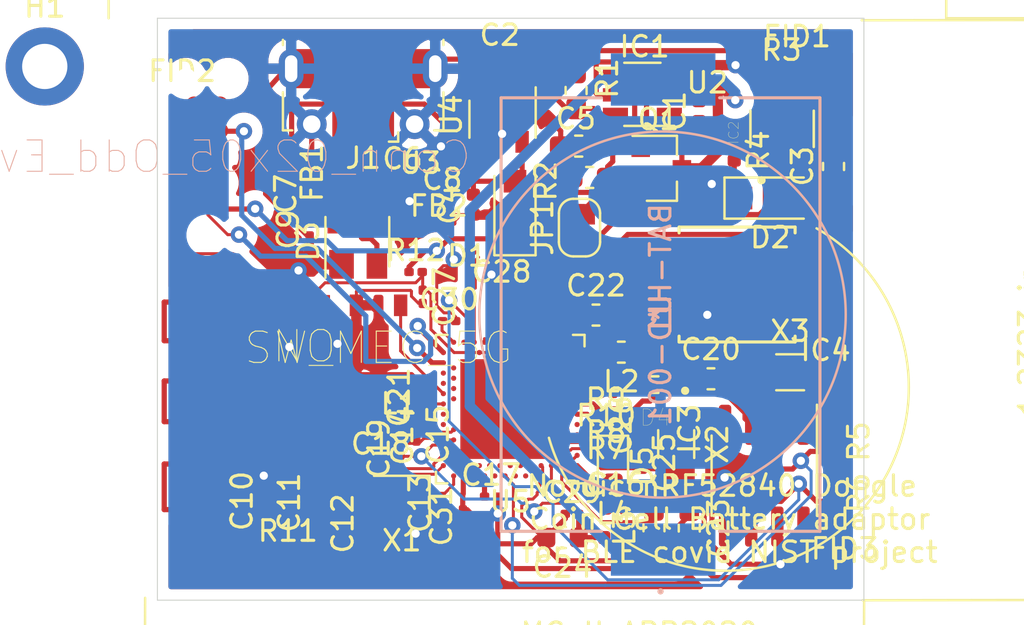
<source format=kicad_pcb>
(kicad_pcb (version 20171130) (host pcbnew "(5.1.5)-3")
  (layers (0 F.Cu signal) (31 B.Cu signal) (34 B.Paste user hide) (35 F.Paste user hide) (36 B.SilkS user hide) (37 F.SilkS user hide) (38 B.Mask user hide) (39 F.Mask user hide) (44 Edge.Cuts user))
  (net 0 "")
  (net 1 GND)
  (net 2 /3V)
  (net 3 "Net-(C3-Pad1)")
  (net 4 /5Vusb)
  (net 5 /VDD_3V)
  (net 6 /SDA)
  (net 7 /SCL)
  (net 8 /SCLK)
  (net 9 /SI)
  (net 10 /SO)
  (net 11 /CS)
  (net 12 /WP)
  (net 13 "Net-(IC1-Pad5)")
  (net 14 "Net-(IC1-Pad4)")
  (net 15 "Net-(IC2-Pad1)")
  (net 16 "Net-(D4-Pad2)")
  (net 17 "Net-(C11-Pad1)")
  (net 18 "Net-(C15-Pad1)")
  (net 19 "Net-(C16-Pad1)")
  (net 20 "Net-(C17-Pad1)")
  (net 21 /D+)
  (net 22 /D-)
  (net 23 "Net-(L2-Pad2)")
  (net 24 /nRF52840_QIAA_R/RESET)
  (net 25 /nRF52840_QIAA_R/SW1)
  (net 26 /nRF52840_QIAA_R/LED1)
  (net 27 /nRF52840_QIAA_R/LED2_R)
  (net 28 /nRF52840_QIAA_R/LED2_G)
  (net 29 /nRF52840_QIAA_R/LED2_B)
  (net 30 "Net-(C4-Pad2)")
  (net 31 "Net-(C21-Pad1)")
  (net 32 "Net-(D2-Pad2)")
  (net 33 "Net-(D2-Pad1)")
  (net 34 "Net-(FB1-Pad2)")
  (net 35 "Net-(IC2-Pad5)")
  (net 36 "Net-(IC3-Pad7)")
  (net 37 "Net-(IC3-Pad2)")
  (net 38 "Net-(IC3-Pad1)")
  (net 39 "Net-(J1-Pad4)")
  (net 40 "Net-(J3-Pad8)")
  (net 41 "Net-(J3-Pad7)")
  (net 42 "Net-(J3-Pad6)")
  (net 43 /nRF52840_QIAA_R/SWDCLK)
  (net 44 /nRF52840_QIAA_R/SWDIO)
  (net 45 "Net-(D4-Pad3)")
  (net 46 "Net-(D4-Pad4)")
  (net 47 "Net-(U4-Pad4)")
  (net 48 "Net-(C6-Pad2)")
  (net 49 "Net-(C12-Pad2)")
  (net 50 "Net-(C13-Pad2)")
  (net 51 "Net-(C19-Pad1)")
  (net 52 "Net-(C25-Pad2)")
  (net 53 "Net-(C26-Pad2)")
  (net 54 "Net-(D5-Pad1)")
  (net 55 "Net-(U5-PadW24)")
  (net 56 "Net-(U5-PadU24)")
  (net 57 "Net-(U5-PadL24)")
  (net 58 "Net-(U5-PadJ24)")
  (net 59 "Net-(U5-PadY23)")
  (net 60 "Net-(U5-PadV23)")
  (net 61 "Net-(U5-PadT23)")
  (net 62 "Net-(U5-PadP23)")
  (net 63 "Net-(U5-PadA20)")
  (net 64 "Net-(U5-PadA16)")
  (net 65 "Net-(U5-PadA12)")
  (net 66 "Net-(U5-PadA10)")
  (net 67 "Net-(U5-PadB19)")
  (net 68 "Net-(U5-PadB17)")
  (net 69 "Net-(U5-PadB15)")
  (net 70 "Net-(U5-PadB13)")
  (net 71 "Net-(U5-PadB11)")
  (net 72 "Net-(U5-PadB9)")
  (net 73 "Net-(U5-PadAC9)")
  (net 74 "Net-(U5-PadAC11)")
  (net 75 "Net-(U5-PadH2)")
  (net 76 "Net-(U5-PadK2)")
  (net 77 "Net-(U5-PadM2)")
  (net 78 "Net-(U5-PadP2)")
  (net 79 "Net-(U5-PadT2)")
  (net 80 "Net-(U5-PadG1)")
  (net 81 "Net-(U5-PadJ1)")
  (net 82 "Net-(U5-PadAD2)")
  (net 83 "Net-(U5-PadA8)")
  (net 84 /nRF52840_QIAA_R/ANTENNA)
  (net 85 "Net-(C18-Pad2)")
  (net 86 "Net-(L3-Pad1)")
  (net 87 "Net-(C22-Pad1)")
  (net 88 "Net-(C30-Pad1)")
  (net 89 "Net-(L3-Pad2)")
  (net 90 "Net-(U5-PadEP)")
  (net 91 /SIO3)
  (net 92 "Net-(IC3-Pad3)")
  (module 0my_footprints:BAT-HLD-001_smallerGND (layer B.Cu) (at 151.1173 87.1093 90)
    (fp_text reference U1 (at 0 0 270) (layer B.SilkS) (effects (justify mirror)))
    (fp_text value BAT-HLD-001 (at 0 0 270) (layer B.SilkS) (effects (justify mirror)))
    (fp_text user * (at 0 0 270) (layer B.SilkS) (effects (justify mirror)))
    (pad 4 smd oval (at 5.75 0.5 90) (size 3 8) (layers B.Cu B.Paste B.Mask))
    (pad 2 smd oval (at -6 0 90) (size 3 8) (layers B.Cu B.Paste B.Mask) (net 1 GND))
    (pad 1 smd rect (at -11.43 0.127 90) (size 2.54 5.08) (layers B.Cu B.Paste B.Mask) (net 2 /3V))
    (pad 3 smd rect (at 11.43 0.127 90) (size 2.54 5.08) (layers B.Cu B.Paste B.Mask) (net 2 /3V))
  )
  (module Crystal:Crystal_SMD_3215-2Pin_3.2x1.5mm (layer F.Cu) (at 157.4165 89.916)
    (fp_text reference X3 (at 0 -2) (layer F.SilkS))
    (fp_text value 32.768KHZ)
    (pad 2 smd rect (at -1.25 0) (size 1 1.8) (layers F.Cu F.Paste F.Mask) (net 37 "Net-(IC3-Pad2)"))
    (pad 1 smd rect (at 1.25 0) (size 1 1.8) (layers F.Cu F.Paste F.Mask) (net 38 "Net-(IC3-Pad1)"))
  )
  (module Fiducial:Fiducial_0.5mm_Mask1mm (layer F.Cu) (at 160.0708 99.9998)
    (fp_text reference FID3 (at 0 -1.5) (layer F.SilkS))
    (fp_text value Fiducial)
    (pad "" smd circle (at 0 0) (size 0.5 0.5) (layers F.Cu F.Mask) (clearance 0.25))
  )
  (module MountingHole:MountingHole_2.2mm_M2_DIN965_Pad (layer F.Cu) (at 121.1961 75.0443)
    (fp_text reference H1 (at 0 -2.9) (layer F.SilkS))
    (fp_text value MountingHole)
    (pad 1 thru_hole circle (at 0 0) (size 3.8 3.8) (drill 2.2) (layers *.Cu *.Mask))
  )
  (module Capacitor_SMD:C_0402_1005Metric (layer F.Cu) (at 152.9842 77.216 90)
    (fp_text reference C1 (at 0 -1.17 90) (layer F.SilkS))
    (fp_text value 0.1uF)
    (pad 2 smd roundrect (at 0.485 0 90) (size 0.59 0.64) (layers F.Cu F.Paste F.Mask) (net 1 GND))
    (pad 1 smd roundrect (at -0.485 0 90) (size 0.59 0.64) (layers F.Cu F.Paste F.Mask) (net 2 /3V))
  )
  (module Resistor_SMD:R_0402_1005Metric (layer F.Cu) (at 154.6987 79.1337 270)
    (fp_text reference R4 (at 0 -1.17 90) (layer F.SilkS))
    (fp_text value 0)
    (pad 2 smd roundrect (at 0.485 0 270) (size 0.59 0.64) (layers F.Cu F.Paste F.Mask) (net 33 "Net-(D2-Pad1)"))
    (pad 1 smd roundrect (at -0.485 0 270) (size 0.59 0.64) (layers F.Cu F.Paste F.Mask) (net 2 /3V))
  )
  (module Capacitor_SMD:C_0201_0603Metric (layer F.Cu) (at 140.843 87.4268)
    (fp_text reference C30 (at 0 -1.05) (layer F.SilkS))
    (fp_text value 100nF)
    (pad 1 smd roundrect (at -0.32 0) (size 0.46 0.4) (layers F.Cu F.Mask) (net 88 "Net-(C30-Pad1)"))
    (pad 2 smd roundrect (at 0.32 0) (size 0.46 0.4) (layers F.Cu F.Mask) (net 1 GND))
  )
  (module Package_DFN_QFN:Nordic_AQFN-73-1EP_7x7mm_P0.5mm (layer F.Cu) (at 143.8148 91.7067 180)
    (fp_text reference U5 (at 0 -4.5) (layer F.SilkS))
    (fp_text value nRF52840)
    (pad EP smd rect (at 0 0) (size 4.85 4.85) (layers F.Cu F.Mask) (net 90 "Net-(U5-PadEP)"))
    (pad B24 smd circle (at 3.25 -2.75) (size 0.25 0.25) (layers F.Cu F.Paste F.Mask) (net 49 "Net-(C12-Pad2)"))
    (pad D23 smd circle (at 2.75 -2) (size 0.25 0.25) (layers F.Cu F.Paste F.Mask) (net 85 "Net-(C18-Pad2)"))
    (pad A8 smd circle (at -1.25 -3.25) (size 0.25 0.25) (layers F.Cu F.Paste F.Mask) (net 83 "Net-(U5-PadA8)"))
    (pad B3 smd circle (at -2.5 -2.75) (size 0.25 0.25) (layers F.Cu F.Paste F.Mask) (net 89 "Net-(L3-Pad2)"))
    (pad AC21 smd circle (at 2 2.75) (size 0.25 0.25) (layers F.Cu F.Paste F.Mask) (net 24 /nRF52840_QIAA_R/RESET))
    (pad AD23 smd circle (at 2.75 3.25) (size 0.25 0.25) (layers F.Cu F.Paste F.Mask) (net 88 "Net-(C30-Pad1)"))
    (pad AD2 smd circle (at -2.75 3.25) (size 0.25 0.25) (layers F.Cu F.Paste F.Mask) (net 82 "Net-(U5-PadAD2)"))
    (pad AB2 smd circle (at -2.75 2.5) (size 0.25 0.25) (layers F.Cu F.Paste F.Mask) (net 23 "Net-(L2-Pad2)"))
    (pad Y2 smd circle (at -2.75 2) (size 0.25 0.25) (layers F.Cu F.Paste F.Mask) (net 5 /VDD_3V))
    (pad W1 smd circle (at -3.25 1.75) (size 0.25 0.25) (layers F.Cu F.Paste F.Mask) (net 5 /VDD_3V))
    (pad U1 smd circle (at -3.25 1.25) (size 0.25 0.25) (layers F.Cu F.Paste F.Mask) (net 29 /nRF52840_QIAA_R/LED2_B))
    (pad R1 smd circle (at -3.25 0.75) (size 0.25 0.25) (layers F.Cu F.Paste F.Mask) (net 28 /nRF52840_QIAA_R/LED2_G))
    (pad N1 smd circle (at -3.25 0.25) (size 0.25 0.25) (layers F.Cu F.Paste F.Mask) (net 27 /nRF52840_QIAA_R/LED2_R))
    (pad L1 smd circle (at -3.25 -0.25) (size 0.25 0.25) (layers F.Cu F.Paste F.Mask) (net 26 /nRF52840_QIAA_R/LED1))
    (pad J1 smd circle (at -3.25 -0.75) (size 0.25 0.25) (layers F.Cu F.Paste F.Mask) (net 81 "Net-(U5-PadJ1)"))
    (pad G1 smd circle (at -3.25 -1.25) (size 0.25 0.25) (layers F.Cu F.Paste F.Mask) (net 80 "Net-(U5-PadG1)"))
    (pad T2 smd circle (at -2.75 1) (size 0.25 0.25) (layers F.Cu F.Paste F.Mask) (net 79 "Net-(U5-PadT2)"))
    (pad P2 smd circle (at -2.75 0.5) (size 0.25 0.25) (layers F.Cu F.Paste F.Mask) (net 78 "Net-(U5-PadP2)"))
    (pad M2 smd circle (at -2.75 0) (size 0.25 0.25) (layers F.Cu F.Paste F.Mask) (net 77 "Net-(U5-PadM2)"))
    (pad K2 smd circle (at -2.75 -0.5) (size 0.25 0.25) (layers F.Cu F.Paste F.Mask) (net 76 "Net-(U5-PadK2)"))
    (pad H2 smd circle (at -2.75 -1) (size 0.25 0.25) (layers F.Cu F.Paste F.Mask) (net 75 "Net-(U5-PadH2)"))
    (pad F2 smd circle (at -2.75 -1.5) (size 0.25 0.25) (layers F.Cu F.Paste F.Mask) (net 53 "Net-(C26-Pad2)"))
    (pad C1 smd circle (at -3.25 -2.25) (size 0.25 0.25) (layers F.Cu F.Paste F.Mask) (net 19 "Net-(C16-Pad1)"))
    (pad D2 smd circle (at -2.75 -2) (size 0.25 0.25) (layers F.Cu F.Paste F.Mask) (net 52 "Net-(C25-Pad2)"))
    (pad B1 smd circle (at -3.25 -2.75) (size 0.25 0.25) (layers F.Cu F.Paste F.Mask) (net 5 /VDD_3V))
    (pad AD4 smd circle (at -2.25 3.25) (size 0.25 0.25) (layers F.Cu F.Paste F.Mask) (net 22 /D-))
    (pad AD6 smd circle (at -1.75 3.25) (size 0.25 0.25) (layers F.Cu F.Paste F.Mask) (net 21 /D+))
    (pad AD8 smd circle (at -1.25 3.25) (size 0.25 0.25) (layers F.Cu F.Paste F.Mask) (net 91 /SIO3))
    (pad AD10 smd circle (at -0.75 3.25) (size 0.25 0.25) (layers F.Cu F.Paste F.Mask) (net 11 /CS))
    (pad AD12 smd circle (at -0.25 3.25) (size 0.25 0.25) (layers F.Cu F.Paste F.Mask) (net 10 /SO))
    (pad AD14 smd circle (at 0.25 3.25) (size 0.25 0.25) (layers F.Cu F.Paste F.Mask) (net 5 /VDD_3V))
    (pad AD16 smd circle (at 0.75 3.25) (size 0.25 0.25) (layers F.Cu F.Paste F.Mask) (net 8 /SCLK))
    (pad AD18 smd circle (at 1.25 3.25) (size 0.25 0.25) (layers F.Cu F.Paste F.Mask) (net 12 /WP))
    (pad AD20 smd circle (at 1.75 3.25) (size 0.25 0.25) (layers F.Cu F.Paste F.Mask) (net 9 /SI))
    (pad AD22 smd circle (at 2.25 3.25) (size 0.25 0.25) (layers F.Cu F.Paste F.Mask) (net 7 /SCL))
    (pad AC19 smd circle (at 1.5 2.75) (size 0.25 0.25) (layers F.Cu F.Paste F.Mask) (net 24 /nRF52840_QIAA_R/RESET))
    (pad AC17 smd circle (at 1 2.75) (size 0.25 0.25) (layers F.Cu F.Paste F.Mask) (net 24 /nRF52840_QIAA_R/RESET))
    (pad AC15 smd circle (at 0.5 2.75) (size 0.25 0.25) (layers F.Cu F.Paste F.Mask) (net 24 /nRF52840_QIAA_R/RESET))
    (pad AC13 smd circle (at 0 2.75) (size 0.25 0.25) (layers F.Cu F.Paste F.Mask) (net 24 /nRF52840_QIAA_R/RESET))
    (pad AC11 smd circle (at -0.5 2.75) (size 0.25 0.25) (layers F.Cu F.Paste F.Mask) (net 74 "Net-(U5-PadAC11)"))
    (pad AC9 smd circle (at -1 2.75) (size 0.25 0.25) (layers F.Cu F.Paste F.Mask) (net 73 "Net-(U5-PadAC9)"))
    (pad AC5 smd circle (at -2 2.75) (size 0.25 0.25) (layers F.Cu F.Paste F.Mask) (net 87 "Net-(C22-Pad1)"))
    (pad B5 smd circle (at -2 -2.75) (size 0.25 0.25) (layers F.Cu F.Paste F.Mask) (net 51 "Net-(C19-Pad1)"))
    (pad B7 smd circle (at -1.5 -2.75) (size 0.25 0.25) (layers F.Cu F.Paste F.Mask) (net 1 GND))
    (pad B9 smd circle (at -1 -2.75) (size 0.25 0.25) (layers F.Cu F.Paste F.Mask) (net 72 "Net-(U5-PadB9)"))
    (pad B11 smd circle (at -0.5 -2.75) (size 0.25 0.25) (layers F.Cu F.Paste F.Mask) (net 71 "Net-(U5-PadB11)"))
    (pad B13 smd circle (at 0 -2.75) (size 0.25 0.25) (layers F.Cu F.Paste F.Mask) (net 70 "Net-(U5-PadB13)"))
    (pad B15 smd circle (at 0.5 -2.75) (size 0.25 0.25) (layers F.Cu F.Paste F.Mask) (net 69 "Net-(U5-PadB15)"))
    (pad B17 smd circle (at 1 -2.75) (size 0.25 0.25) (layers F.Cu F.Paste F.Mask) (net 68 "Net-(U5-PadB17)"))
    (pad B19 smd circle (at 1.5 -2.75) (size 0.25 0.25) (layers F.Cu F.Paste F.Mask) (net 67 "Net-(U5-PadB19)"))
    (pad A10 smd circle (at -0.75 -3.25) (size 0.25 0.25) (layers F.Cu F.Paste F.Mask) (net 66 "Net-(U5-PadA10)"))
    (pad A12 smd circle (at -0.25 -3.25) (size 0.25 0.25) (layers F.Cu F.Paste F.Mask) (net 65 "Net-(U5-PadA12)"))
    (pad A14 smd circle (at 0.25 -3.25) (size 0.25 0.25) (layers F.Cu F.Paste F.Mask) (net 6 /SDA))
    (pad A16 smd circle (at 0.75 -3.25) (size 0.25 0.25) (layers F.Cu F.Paste F.Mask) (net 64 "Net-(U5-PadA16)"))
    (pad A18 smd circle (at 1.25 -3.25) (size 0.25 0.25) (layers F.Cu F.Paste F.Mask) (net 20 "Net-(C17-Pad1)"))
    (pad A20 smd circle (at 1.75 -3.25) (size 0.25 0.25) (layers F.Cu F.Paste F.Mask) (net 63 "Net-(U5-PadA20)"))
    (pad A22 smd circle (at 2.25 -3.25) (size 0.25 0.25) (layers F.Cu F.Paste F.Mask) (net 5 /VDD_3V))
    (pad A23 smd circle (at 2.75 -3.25) (size 0.25 0.25) (layers F.Cu F.Paste F.Mask) (net 50 "Net-(C13-Pad2)"))
    (pad F23 smd circle (at 2.75 -1.5) (size 0.25 0.25) (layers F.Cu F.Paste F.Mask) (net 1 GND))
    (pad H23 smd circle (at 2.75 -1) (size 0.25 0.25) (layers F.Cu F.Paste F.Mask) (net 18 "Net-(C15-Pad1)"))
    (pad P23 smd circle (at 2.75 0.5) (size 0.25 0.25) (layers F.Cu F.Paste F.Mask) (net 62 "Net-(U5-PadP23)"))
    (pad T23 smd circle (at 2.75 1) (size 0.25 0.25) (layers F.Cu F.Paste F.Mask) (net 61 "Net-(U5-PadT23)"))
    (pad V23 smd circle (at 2.75 1.5) (size 0.25 0.25) (layers F.Cu F.Paste F.Mask) (net 60 "Net-(U5-PadV23)"))
    (pad Y23 smd circle (at 2.75 2) (size 0.25 0.25) (layers F.Cu F.Paste F.Mask) (net 59 "Net-(U5-PadY23)"))
    (pad E24 smd circle (at 3.25 -1.75) (size 0.25 0.25) (layers F.Cu F.Paste F.Mask) (net 51 "Net-(C19-Pad1)"))
    (pad J24 smd circle (at 3.25 -0.75) (size 0.25 0.25) (layers F.Cu F.Paste F.Mask) (net 58 "Net-(U5-PadJ24)"))
    (pad L24 smd circle (at 3.25 -0.25) (size 0.25 0.25) (layers F.Cu F.Paste F.Mask) (net 57 "Net-(U5-PadL24)"))
    (pad N24 smd circle (at 3.25 0.25) (size 0.25 0.25) (layers F.Cu F.Paste F.Mask) (net 31 "Net-(C21-Pad1)"))
    (pad R24 smd circle (at 3.25 0.75) (size 0.25 0.25) (layers F.Cu F.Paste F.Mask) (net 25 /nRF52840_QIAA_R/SW1))
    (pad U24 smd circle (at 3.25 1.25) (size 0.25 0.25) (layers F.Cu F.Paste F.Mask) (net 56 "Net-(U5-PadU24)"))
    (pad W24 smd circle (at 3.25 1.75) (size 0.25 0.25) (layers F.Cu F.Paste F.Mask) (net 55 "Net-(U5-PadW24)"))
    (pad AA24 smd circle (at 3.25 2.25) (size 0.25 0.25) (layers F.Cu F.Paste F.Mask) (net 43 /nRF52840_QIAA_R/SWDCLK))
    (pad AC24 smd circle (at 3.25 2.75) (size 0.25 0.25) (layers F.Cu F.Paste F.Mask) (net 44 /nRF52840_QIAA_R/SWDIO))
  )
  (module Capacitor_SMD:C_0201_0603Metric (layer F.Cu) (at 141.5161 96.9264 90)
    (fp_text reference C31 (at 0 -1.05 90) (layer F.SilkS))
    (fp_text value 100nF)
    (pad 1 smd roundrect (at -0.32 0 90) (size 0.46 0.4) (layers F.Cu F.Mask) (net 1 GND))
    (pad 2 smd roundrect (at 0.32 0 90) (size 0.46 0.4) (layers F.Cu F.Mask) (net 5 /VDD_3V))
  )
  (module Capacitor_SMD:C_0201_0603Metric (layer F.Cu) (at 146.812 96.7994)
    (fp_text reference C29 (at 0 -1.05) (layer F.SilkS))
    (fp_text value 47nF)
    (pad 1 smd roundrect (at -0.32 0) (size 0.46 0.4) (layers F.Cu F.Mask) (net 1 GND))
    (pad 2 smd roundrect (at 0.32 0) (size 0.46 0.4) (layers F.Cu F.Mask) (net 51 "Net-(C19-Pad1)"))
  )
  (module Capacitor_SMD:C_0201_0603Metric (layer F.Cu) (at 143.3957 86.0806)
    (fp_text reference C28 (at 0 -1.05) (layer F.SilkS))
    (fp_text value 100nF)
    (pad 1 smd roundrect (at -0.32 0) (size 0.46 0.4) (layers F.Cu F.Mask) (net 1 GND))
    (pad 2 smd roundrect (at 0.32 0) (size 0.46 0.4) (layers F.Cu F.Mask) (net 5 /VDD_3V))
  )
  (module Capacitor_SMD:C_0201_0603Metric (layer F.Cu) (at 139.4587 91.1352 90)
    (fp_text reference C21 (at 0 -1.05 90) (layer F.SilkS))
    (fp_text value 820pF)
    (pad 1 smd roundrect (at -0.32 0 90) (size 0.46 0.4) (layers F.Cu F.Mask) (net 31 "Net-(C21-Pad1)"))
    (pad 2 smd roundrect (at 0.32 0 90) (size 0.46 0.4) (layers F.Cu F.Mask) (net 1 GND))
  )
  (module Capacitor_SMD:C_0402_1005Metric (layer F.Cu) (at 148.9329 96.52)
    (fp_text reference C16 (at 0 -1.17) (layer F.SilkS))
    (fp_text value 100nF)
    (pad 2 smd roundrect (at 0.485 0) (size 0.59 0.64) (layers F.Cu F.Paste F.Mask) (net 1 GND))
    (pad 1 smd roundrect (at -0.485 0) (size 0.59 0.64) (layers F.Cu F.Paste F.Mask) (net 19 "Net-(C16-Pad1)"))
  )
  (module Capacitor_SMD:C_0201_0603Metric (layer F.Cu) (at 142.8877 95.9612)
    (fp_text reference C17 (at 0 -1.05) (layer F.SilkS))
    (fp_text value N.C.)
    (pad 1 smd roundrect (at -0.32 0) (size 0.46 0.4) (layers F.Cu F.Mask) (net 20 "Net-(C17-Pad1)"))
    (pad 2 smd roundrect (at 0.32 0) (size 0.46 0.4) (layers F.Cu F.Mask) (net 1 GND))
  )
  (module Capacitor_SMD:C_0201_0603Metric (layer F.Cu) (at 138.4808 93.6244 90)
    (fp_text reference C19 (at 0 -1.05 90) (layer F.SilkS))
    (fp_text value N.C.)
    (pad 1 smd roundrect (at -0.32 0 90) (size 0.46 0.4) (layers F.Cu F.Mask) (net 51 "Net-(C19-Pad1)"))
    (pad 2 smd roundrect (at 0.32 0 90) (size 0.46 0.4) (layers F.Cu F.Mask) (net 1 GND))
  )
  (module Capacitor_SMD:C_0201_0603Metric (layer F.Cu) (at 137.5283 94.4499)
    (fp_text reference C18 (at 0 -1.05) (layer F.SilkS))
    (fp_text value 100pF)
    (pad 1 smd roundrect (at -0.32 0) (size 0.46 0.4) (layers F.Cu F.Mask) (net 1 GND))
    (pad 2 smd roundrect (at 0.32 0) (size 0.46 0.4) (layers F.Cu F.Mask) (net 85 "Net-(C18-Pad2)"))
  )
  (module 0my_footprints:LED_APHF1608SEEQBDZGKC (layer F.Cu) (at 150.8125 90.5129 180)
    (fp_text reference D4 (at -0.06008 -1.60978) (layer F.SilkS) (effects (font (size 0.800882 0.800882) (thickness 0.015))))
    (fp_text value LED_ABRG)
    (pad 3 smd rect (at 0.65 0.35 180) (size 0.5 0.4) (layers F.Cu F.Paste F.Mask) (net 45 "Net-(D4-Pad3)"))
    (pad 2 smd rect (at -0.65 0.35 180) (size 0.5 0.4) (layers F.Cu F.Paste F.Mask) (net 16 "Net-(D4-Pad2)"))
    (pad 4 smd rect (at 0.65 -0.35 180) (size 0.5 0.4) (layers F.Cu F.Paste F.Mask) (net 46 "Net-(D4-Pad4)"))
    (pad 1 smd rect (at -0.65 -0.35 180) (size 0.5 0.4) (layers F.Cu F.Paste F.Mask) (net 5 /VDD_3V))
  )
  (module Resistor_SMD:R_0201_0603Metric (layer F.Cu) (at 139.2174 85.0392)
    (fp_text reference R12 (at 0 -1.05) (layer F.SilkS))
    (fp_text value 10K)
    (pad 1 smd roundrect (at -0.32 0) (size 0.46 0.4) (layers F.Cu F.Mask) (net 5 /VDD_3V))
    (pad 2 smd roundrect (at 0.32 0) (size 0.46 0.4) (layers F.Cu F.Mask) (net 24 /nRF52840_QIAA_R/RESET))
  )
  (module Resistor_SMD:R_0201_0603Metric (layer F.Cu) (at 133.0071 96.5835 180)
    (fp_text reference R11 (at 0 -1.05) (layer F.SilkS))
    (fp_text value 0)
    (pad 1 smd roundrect (at -0.32 0 180) (size 0.46 0.4) (layers F.Cu F.Mask) (net 17 "Net-(C11-Pad1)"))
    (pad 2 smd roundrect (at 0.32 0 180) (size 0.46 0.4) (layers F.Cu F.Mask) (net 84 /nRF52840_QIAA_R/ANTENNA))
  )
  (module Resistor_SMD:R_0402_1005Metric (layer F.Cu) (at 159.5755 95.7834 270)
    (fp_text reference R6 (at 0 -1.17 90) (layer F.SilkS))
    (fp_text value 10K)
    (pad 2 smd roundrect (at 0.485 0 270) (size 0.59 0.64) (layers F.Cu F.Paste F.Mask) (net 7 /SCL))
    (pad 1 smd roundrect (at -0.485 0 270) (size 0.59 0.64) (layers F.Cu F.Paste F.Mask) (net 5 /VDD_3V))
  )
  (module Resistor_SMD:R_0402_1005Metric (layer F.Cu) (at 159.5755 93.2815 270)
    (fp_text reference R5 (at 0 -1.17 90) (layer F.SilkS))
    (fp_text value 10K)
    (pad 2 smd roundrect (at 0.485 0 270) (size 0.59 0.64) (layers F.Cu F.Paste F.Mask) (net 6 /SDA))
    (pad 1 smd roundrect (at -0.485 0 270) (size 0.59 0.64) (layers F.Cu F.Paste F.Mask) (net 5 /VDD_3V))
  )
  (module Resistor_SMD:R_0402_1005Metric (layer F.Cu) (at 156.9974 75.4126)
    (fp_text reference R3 (at 0 -1.17) (layer F.SilkS))
    (fp_text value 1.69K)
    (pad 2 smd roundrect (at 0.485 0) (size 0.59 0.64) (layers F.Cu F.Paste F.Mask) (net 1 GND))
    (pad 1 smd roundrect (at -0.485 0) (size 0.59 0.64) (layers F.Cu F.Paste F.Mask) (net 35 "Net-(IC2-Pad5)"))
  )
  (module Inductor_SMD:L_0201_0603Metric (layer F.Cu) (at 138.4046 92.4941)
    (fp_text reference L1 (at 0 -1.05) (layer F.SilkS))
    (fp_text value 3.9nH)
    (pad 1 smd roundrect (at -0.32 0) (size 0.46 0.4) (layers F.Cu F.Mask) (net 17 "Net-(C11-Pad1)"))
    (pad 2 smd roundrect (at 0.32 0) (size 0.46 0.4) (layers F.Cu F.Mask) (net 18 "Net-(C15-Pad1)"))
  )
  (module LED_SMD:LED_0603_1608Metric (layer F.Cu) (at 148.8059 94.488 270)
    (fp_text reference D5 (at 0 -1.43 90) (layer F.SilkS))
    (fp_text value LED)
    (pad 2 smd roundrect (at 0.7875 0 270) (size 0.875 0.95) (layers F.Cu F.Paste F.Mask) (net 5 /VDD_3V))
    (pad 1 smd roundrect (at -0.7875 0 270) (size 0.875 0.95) (layers F.Cu F.Paste F.Mask) (net 54 "Net-(D5-Pad1)"))
  )
  (module Capacitor_SMD:C_0201_0603Metric (layer F.Cu) (at 139.5603 86.2457 270)
    (fp_text reference C27 (at 0 -1.05 90) (layer F.SilkS))
    (fp_text value 100nF)
    (pad 1 smd roundrect (at -0.32 0 270) (size 0.46 0.4) (layers F.Cu F.Mask) (net 24 /nRF52840_QIAA_R/RESET))
    (pad 2 smd roundrect (at 0.32 0 270) (size 0.46 0.4) (layers F.Cu F.Mask) (net 1 GND))
  )
  (module Capacitor_SMD:C_0201_0603Metric (layer F.Cu) (at 134.0739 82.9691 90)
    (fp_text reference C9 (at 0 -1.05 90) (layer F.SilkS))
    (fp_text value 0.1uF)
    (pad 1 smd roundrect (at -0.32 0 90) (size 0.46 0.4) (layers F.Cu F.Mask) (net 1 GND))
    (pad 2 smd roundrect (at 0.32 0 90) (size 0.46 0.4) (layers F.Cu F.Mask) (net 48 "Net-(C6-Pad2)"))
  )
  (module Capacitor_SMD:C_0201_0603Metric (layer F.Cu) (at 140.5128 81.5848)
    (fp_text reference C8 (at 0 -1.05) (layer F.SilkS))
    (fp_text value 0.1uF)
    (pad 1 smd roundrect (at -0.32 0) (size 0.46 0.4) (layers F.Cu F.Mask) (net 1 GND))
    (pad 2 smd roundrect (at 0.32 0) (size 0.46 0.4) (layers F.Cu F.Mask) (net 4 /5Vusb))
  )
  (module Capacitor_SMD:C_0201_0603Metric (layer F.Cu) (at 138.5824 80.5815)
    (fp_text reference C6 (at 0 -1.05) (layer F.SilkS))
    (fp_text value 0.01uF)
    (pad 1 smd roundrect (at -0.32 0) (size 0.46 0.4) (layers F.Cu F.Mask) (net 1 GND))
    (pad 2 smd roundrect (at 0.32 0) (size 0.46 0.4) (layers F.Cu F.Mask) (net 48 "Net-(C6-Pad2)"))
  )
  (module Capacitor_SMD:C_0201_0603Metric (layer F.Cu) (at 150.241 92.4814 90)
    (fp_text reference C26 (at 0 -1.05 90) (layer F.SilkS))
    (fp_text value 12pF)
    (pad 1 smd roundrect (at -0.32 0 90) (size 0.46 0.4) (layers F.Cu F.Mask) (net 1 GND))
    (pad 2 smd roundrect (at 0.32 0 90) (size 0.46 0.4) (layers F.Cu F.Mask) (net 53 "Net-(C26-Pad2)"))
  )
  (module Capacitor_SMD:C_0201_0603Metric (layer F.Cu) (at 150.2537 94.3102 270)
    (fp_text reference C25 (at 0 -1.05 90) (layer F.SilkS))
    (fp_text value 12pF)
    (pad 1 smd roundrect (at -0.32 0 270) (size 0.46 0.4) (layers F.Cu F.Mask) (net 1 GND))
    (pad 2 smd roundrect (at 0.32 0 270) (size 0.46 0.4) (layers F.Cu F.Mask) (net 52 "Net-(C25-Pad2)"))
  )
  (module Capacitor_SMD:C_0201_0603Metric (layer F.Cu) (at 139.2555 92.9386 270)
    (fp_text reference C15 (at 0 -1.05 90) (layer F.SilkS))
    (fp_text value 1.5pF)
    (pad 1 smd roundrect (at -0.32 0 270) (size 0.46 0.4) (layers F.Cu F.Mask) (net 18 "Net-(C15-Pad1)"))
    (pad 2 smd roundrect (at 0.32 0 270) (size 0.46 0.4) (layers F.Cu F.Mask) (net 1 GND))
  )
  (module Capacitor_SMD:C_0201_0603Metric (layer F.Cu) (at 137.5283 92.9894 270)
    (fp_text reference C14 (at 0 -1.05 90) (layer F.SilkS))
    (fp_text value 1pF)
    (pad 1 smd roundrect (at -0.32 0 270) (size 0.46 0.4) (layers F.Cu F.Mask) (net 17 "Net-(C11-Pad1)"))
    (pad 2 smd roundrect (at 0.32 0 270) (size 0.46 0.4) (layers F.Cu F.Mask) (net 1 GND))
  )
  (module Capacitor_SMD:C_0201_0603Metric (layer F.Cu) (at 140.4747 96.2787 90)
    (fp_text reference C13 (at 0 -1.05 90) (layer F.SilkS))
    (fp_text value 12pF)
    (pad 1 smd roundrect (at -0.32 0 90) (size 0.46 0.4) (layers F.Cu F.Mask) (net 1 GND))
    (pad 2 smd roundrect (at 0.32 0 90) (size 0.46 0.4) (layers F.Cu F.Mask) (net 50 "Net-(C13-Pad2)"))
  )
  (module Capacitor_SMD:C_0201_0603Metric (layer F.Cu) (at 136.7282 97.2693 90)
    (fp_text reference C12 (at 0 -1.05 90) (layer F.SilkS))
    (fp_text value 12pF)
    (pad 1 smd roundrect (at -0.32 0 90) (size 0.46 0.4) (layers F.Cu F.Mask) (net 1 GND))
    (pad 2 smd roundrect (at 0.32 0 90) (size 0.46 0.4) (layers F.Cu F.Mask) (net 49 "Net-(C12-Pad2)"))
  )
  (module Capacitor_SMD:C_0201_0603Metric (layer F.Cu) (at 134.1247 96.2533 90)
    (fp_text reference C11 (at 0 -1.05 90) (layer F.SilkS))
    (fp_text value N.C.)
    (pad 1 smd roundrect (at -0.32 0 90) (size 0.46 0.4) (layers F.Cu F.Mask) (net 17 "Net-(C11-Pad1)"))
    (pad 2 smd roundrect (at 0.32 0 90) (size 0.46 0.4) (layers F.Cu F.Mask) (net 1 GND))
  )
  (module Capacitor_SMD:C_0201_0603Metric (layer F.Cu) (at 131.826 96.1771 90)
    (fp_text reference C10 (at 0 -1.05 90) (layer F.SilkS))
    (fp_text value 1pF)
    (pad 1 smd roundrect (at -0.32 0 90) (size 0.46 0.4) (layers F.Cu F.Mask) (net 84 /nRF52840_QIAA_R/ANTENNA))
    (pad 2 smd roundrect (at 0.32 0 90) (size 0.46 0.4) (layers F.Cu F.Mask) (net 1 GND))
  )
  (module Capacitor_SMD:C_0402_1005Metric (layer F.Cu) (at 134.0739 81.2419 90)
    (fp_text reference C7 (at 0 -1.17 90) (layer F.SilkS))
    (fp_text value 4.7uF)
    (pad 2 smd roundrect (at 0.485 0 90) (size 0.59 0.64) (layers F.Cu F.Paste F.Mask) (net 1 GND))
    (pad 1 smd roundrect (at -0.485 0 90) (size 0.59 0.64) (layers F.Cu F.Paste F.Mask) (net 48 "Net-(C6-Pad2)"))
  )
  (module Capacitor_SMD:C_0402_1005Metric (layer F.Cu) (at 142.0241 81.7626 90)
    (fp_text reference C4 (at 0 -1.17 90) (layer F.SilkS))
    (fp_text value 1uF)
    (pad 2 smd roundrect (at 0.485 0 90) (size 0.59 0.64) (layers F.Cu F.Paste F.Mask) (net 30 "Net-(C4-Pad2)"))
    (pad 1 smd roundrect (at -0.485 0 90) (size 0.59 0.64) (layers F.Cu F.Paste F.Mask) (net 1 GND))
  )
  (module Capacitor_SMD:C_0402_1005Metric (layer F.Cu) (at 143.3068 74.6887)
    (fp_text reference C2 (at 0 -1.17) (layer F.SilkS))
    (fp_text value 1uF)
    (pad 2 smd roundrect (at 0.485 0) (size 0.59 0.64) (layers F.Cu F.Paste F.Mask) (net 4 /5Vusb))
    (pad 1 smd roundrect (at -0.485 0) (size 0.59 0.64) (layers F.Cu F.Paste F.Mask) (net 1 GND))
  )
  (module Crystal:Crystal_SMD_3215-2Pin_3.2x1.5mm (layer F.Cu) (at 151.8793 93.4085 270)
    (fp_text reference X2 (at 0 -2 90) (layer F.SilkS))
    (fp_text value 32.768KHZ)
    (pad 2 smd rect (at -1.25 0 270) (size 1 1.8) (layers F.Cu F.Paste F.Mask) (net 53 "Net-(C26-Pad2)"))
    (pad 1 smd rect (at 1.25 0 270) (size 1 1.8) (layers F.Cu F.Paste F.Mask) (net 52 "Net-(C25-Pad2)"))
  )
  (module 0my_footprints:C&K_PTS810 (layer F.Cu) (at 137.414 88.7349)
    (fp_text reference SW2 hide)
    (fp_text value SW_MEC_5G (at 0 0) (layer F.SilkS) (effects (font (size 1.524 1.524) (thickness 0.05))))
    (pad 2 smd rect (at -1.07499 2.075 270) (size 1.05 0.65) (layers F.Cu F.Paste F.Mask) (net 1 GND))
    (pad 2 smd rect (at -1.07499 -2.075 270) (size 1.05 0.65) (layers F.Cu F.Paste F.Mask) (net 1 GND))
    (pad 0 smd rect (at 1.075 2.075 270) (size 1.05 0.65) (layers F.Cu F.Paste F.Mask))
    (pad 1 smd rect (at 1.075 -2.075 270) (size 1.05 0.65) (layers F.Cu F.Paste F.Mask) (net 25 /nRF52840_QIAA_R/SW1))
  )
  (module 0my_footprints:EVQP7A_J_B_K (layer F.Cu) (at 133.8072 88.6587)
    (fp_text reference SW1 hide)
    (fp_text value NO (at 0 0) (layer F.SilkS) (effects (font (size 1.524 1.524) (thickness 0.05))))
    (pad 2 smd rect (at -0.725 1.8 270) (size 1.4 1.05) (layers F.Cu F.Paste F.Mask) (net 1 GND))
    (pad 1 smd rect (at 0.725 1.8 270) (size 1.4 1.05) (layers F.Cu F.Paste F.Mask) (net 24 /nRF52840_QIAA_R/RESET))
    (pad 1 smd rect (at 0.725 -1.8 270) (size 1.4 1.05) (layers F.Cu F.Paste F.Mask) (net 24 /nRF52840_QIAA_R/RESET))
    (pad 2 smd rect (at -0.725 -1.8 270) (size 1.4 1.05) (layers F.Cu F.Paste F.Mask) (net 1 GND))
  )
  (module Resistor_SMD:R_0201_0603Metric (layer F.Cu) (at 148.4757 90.9701 180)
    (fp_text reference R10 (at 0 -1.05) (layer F.SilkS))
    (fp_text value 390)
    (pad 1 smd roundrect (at -0.32 0 180) (size 0.46 0.4) (layers F.Cu F.Mask) (net 46 "Net-(D4-Pad4)"))
    (pad 2 smd roundrect (at 0.32 0 180) (size 0.46 0.4) (layers F.Cu F.Mask) (net 28 /nRF52840_QIAA_R/LED2_G))
  )
  (module Resistor_SMD:R_0201_0603Metric (layer F.Cu) (at 148.463 90.17 180)
    (fp_text reference R9 (at 0 -1.05) (layer F.SilkS))
    (fp_text value 2k2)
    (pad 1 smd roundrect (at -0.32 0 180) (size 0.46 0.4) (layers F.Cu F.Mask) (net 45 "Net-(D4-Pad3)"))
    (pad 2 smd roundrect (at 0.32 0 180) (size 0.46 0.4) (layers F.Cu F.Mask) (net 29 /nRF52840_QIAA_R/LED2_B))
  )
  (module Resistor_SMD:R_0201_0603Metric (layer F.Cu) (at 148.4757 91.7702 180)
    (fp_text reference R8 (at 0 -1.05) (layer F.SilkS))
    (fp_text value 1k2)
    (pad 1 smd roundrect (at -0.32 0 180) (size 0.46 0.4) (layers F.Cu F.Mask) (net 16 "Net-(D4-Pad2)"))
    (pad 2 smd roundrect (at 0.32 0 180) (size 0.46 0.4) (layers F.Cu F.Mask) (net 27 /nRF52840_QIAA_R/LED2_R))
  )
  (module Resistor_SMD:R_0201_0603Metric (layer F.Cu) (at 148.4757 92.5703 180)
    (fp_text reference R7 (at 0 -1.05) (layer F.SilkS))
    (fp_text value 220)
    (pad 1 smd roundrect (at -0.32 0 180) (size 0.46 0.4) (layers F.Cu F.Mask) (net 54 "Net-(D5-Pad1)"))
    (pad 2 smd roundrect (at 0.32 0 180) (size 0.46 0.4) (layers F.Cu F.Mask) (net 26 /nRF52840_QIAA_R/LED1))
  )
  (module 0my_footprints:TC2050-IDC-NLFP (layer F.Cu) (at 129.0828 79.4385)
    (fp_text reference J3 hide)
    (fp_text value Conn_02x05_Odd_Even (at 0 0) (layer B.SilkS) (effects (font (size 1.524 1.524) (thickness 0.05)) (justify mirror)))
    (pad 1 smd circle (at 0.635 2.54 180) (size 0.7874 0.7874) (layers F.Cu F.Paste F.Mask) (net 5 /VDD_3V))
    (pad 2 smd circle (at 0.635 1.27 180) (size 0.7874 0.7874) (layers F.Cu F.Paste F.Mask) (net 44 /nRF52840_QIAA_R/SWDIO))
    (pad 3 smd circle (at 0.635 0 180) (size 0.7874 0.7874) (layers F.Cu F.Paste F.Mask) (net 1 GND))
    (pad 4 smd circle (at 0.635 -1.27 180) (size 0.7874 0.7874) (layers F.Cu F.Paste F.Mask) (net 43 /nRF52840_QIAA_R/SWDCLK))
    (pad 5 smd circle (at 0.635 -2.54 180) (size 0.7874 0.7874) (layers F.Cu F.Paste F.Mask) (net 1 GND))
    (pad 6 smd circle (at -0.635 -2.54 180) (size 0.7874 0.7874) (layers F.Cu F.Paste F.Mask) (net 42 "Net-(J3-Pad6)"))
    (pad 7 smd circle (at -0.635 -1.27 180) (size 0.7874 0.7874) (layers F.Cu F.Paste F.Mask) (net 41 "Net-(J3-Pad7)"))
    (pad 8 smd circle (at -0.635 0 180) (size 0.7874 0.7874) (layers F.Cu F.Paste F.Mask) (net 40 "Net-(J3-Pad8)"))
    (pad 9 smd circle (at -0.635 1.27 180) (size 0.7874 0.7874) (layers F.Cu F.Paste F.Mask) (net 1 GND))
    (pad 10 smd circle (at -0.635 2.54 180) (size 0.7874 0.7874) (layers F.Cu F.Paste F.Mask) (net 24 /nRF52840_QIAA_R/RESET))
    (pad 0 np_thru_hole circle (at 0 3.81 90) (size 0.9906 0.9906) (drill 0.9906) (layers *.Cu *.Paste *.Mask))
    (pad 0 np_thru_hole circle (at -1.016 -3.81 90) (size 0.9906 0.9906) (drill 0.9906) (layers *.Cu *.Paste *.Mask))
    (pad 0 np_thru_hole circle (at 1.016 -3.81 90) (size 0.9906 0.9906) (drill 0.9906) (layers *.Cu *.Paste *.Mask))
  )
  (module Inductor_SMD:L_0402_1005Metric (layer F.Cu) (at 140.3477 80.6577 180)
    (fp_text reference FB2 (at 0 -1.17) (layer F.SilkS))
    (fp_text value Ferrite_Bead)
    (pad 2 smd roundrect (at 0.485 0 180) (size 0.59 0.64) (layers F.Cu F.Paste F.Mask) (net 48 "Net-(C6-Pad2)"))
    (pad 1 smd roundrect (at -0.485 0 180) (size 0.59 0.64) (layers F.Cu F.Paste F.Mask) (net 4 /5Vusb))
  )
  (module Inductor_SMD:L_0402_1005Metric (layer F.Cu) (at 135.3566 80.2259 90)
    (fp_text reference FB1 (at 0 -1.17 90) (layer F.SilkS))
    (fp_text value Ferrite_Bead)
    (pad 2 smd roundrect (at 0.485 0 90) (size 0.59 0.64) (layers F.Cu F.Paste F.Mask) (net 34 "Net-(FB1-Pad2)"))
    (pad 1 smd roundrect (at -0.485 0 90) (size 0.59 0.64) (layers F.Cu F.Paste F.Mask) (net 1 GND))
  )
  (module Package_TO_SOT_SMD:SOT-143 (layer F.Cu) (at 136.3853 83.566 90)
    (fp_text reference D3 (at 0.02 -2.38 90) (layer F.SilkS))
    (fp_text value PRTR5V0U2X)
    (pad 4 smd rect (at 1.1 -0.95) (size 1 1.4) (layers F.Cu F.Paste F.Mask) (net 48 "Net-(C6-Pad2)"))
    (pad 3 smd rect (at 1.1 0.95) (size 1 1.4) (layers F.Cu F.Paste F.Mask) (net 22 /D-))
    (pad 2 smd rect (at -1.1 0.95) (size 1 1.4) (layers F.Cu F.Paste F.Mask) (net 21 /D+))
    (pad 1 smd rect (at -1.1 -0.77) (size 1.2 1.4) (layers F.Cu F.Paste F.Mask) (net 1 GND))
  )
  (module 0my_footprints:ESD401DPYR (layer F.Cu) (at 139.446 79.7433)
    (fp_text reference U3 (at 0 0) (layer F.SilkS))
    (fp_text value ESD401 hide)
    (pad 1 smd rect (at -0.499999 0) (size 0.599999 0.499999) (layers F.Cu F.Paste F.Mask) (net 48 "Net-(C6-Pad2)"))
    (pad 2 smd rect (at 0.499999 0) (size 0.599999 0.499999) (layers F.Cu F.Paste F.Mask) (net 1 GND))
  )
  (module Package_SO:SOIC-8_3.9x4.9mm_P1.27mm (layer F.Cu) (at 156.1592 94.9452 270)
    (fp_text reference IC3 (at -2.2826 3.6328 90) (layer F.SilkS))
    (fp_text value PCF8523T hide)
    (pad 8 smd roundrect (at 2.475 -1.905 270) (size 1.95 0.6) (layers F.Cu F.Paste F.Mask) (net 5 /VDD_3V))
    (pad 7 smd roundrect (at 2.475 -0.635 270) (size 1.95 0.6) (layers F.Cu F.Paste F.Mask) (net 36 "Net-(IC3-Pad7)"))
    (pad 6 smd roundrect (at 2.475 0.635 270) (size 1.95 0.6) (layers F.Cu F.Paste F.Mask) (net 7 /SCL))
    (pad 5 smd roundrect (at 2.475 1.905 270) (size 1.95 0.6) (layers F.Cu F.Paste F.Mask) (net 6 /SDA))
    (pad 4 smd roundrect (at -2.475 1.905 270) (size 1.95 0.6) (layers F.Cu F.Paste F.Mask) (net 1 GND))
    (pad 3 smd roundrect (at -2.475 0.635 270) (size 1.95 0.6) (layers F.Cu F.Paste F.Mask) (net 92 "Net-(IC3-Pad3)"))
    (pad 2 smd roundrect (at -2.475 -0.635 270) (size 1.95 0.6) (layers F.Cu F.Paste F.Mask) (net 37 "Net-(IC3-Pad2)"))
    (pad 1 smd roundrect (at -2.475 -1.905 270) (size 1.95 0.6) (layers F.Cu F.Paste F.Mask) (net 38 "Net-(IC3-Pad1)"))
  )
  (module 0my_footprints:MX25R6435FM2IL0 (layer F.Cu) (at 154.8384 85.6488 180)
    (fp_text reference IC4 (at -4.3 -3.2) (layer F.SilkS))
    (fp_text value MX25R6435FM2IL0 hide)
    (pad 8 smd rect (at 3.6449 -1.905 180) (size 1.524 0.5588) (layers F.Cu F.Paste F.Mask) (net 5 /VDD_3V))
    (pad 7 smd rect (at 3.6449 -0.635 180) (size 1.524 0.5588) (layers F.Cu F.Paste F.Mask) (net 91 /SIO3))
    (pad 6 smd rect (at 3.6449 0.635 180) (size 1.524 0.5588) (layers F.Cu F.Paste F.Mask) (net 8 /SCLK))
    (pad 5 smd rect (at 3.6449 1.905 180) (size 1.524 0.5588) (layers F.Cu F.Paste F.Mask) (net 9 /SI))
    (pad 4 smd rect (at -3.6449 1.905 180) (size 1.524 0.5588) (layers F.Cu F.Paste F.Mask) (net 1 GND))
    (pad 3 smd rect (at -3.6449 0.635 180) (size 1.524 0.5588) (layers F.Cu F.Paste F.Mask) (net 12 /WP))
    (pad 2 smd rect (at -3.6449 -0.635 180) (size 1.524 0.5588) (layers F.Cu F.Paste F.Mask) (net 10 /SO))
    (pad 1 smd rect (at -3.6449 -1.905 180) (size 1.524 0.5588) (layers F.Cu F.Paste F.Mask) (net 11 /CS))
  )
  (module Crystal:Crystal_SMD_2016-4Pin_2.0x1.6mm (layer F.Cu) (at 138.5443 96.1009 180)
    (fp_text reference X1 (at 0 -2) (layer F.SilkS))
    (fp_text value 32MHz)
    (pad 4 smd rect (at -0.7 -0.55 180) (size 0.9 0.8) (layers F.Cu F.Paste F.Mask) (net 1 GND))
    (pad 3 smd rect (at 0.7 -0.55 180) (size 0.9 0.8) (layers F.Cu F.Paste F.Mask) (net 49 "Net-(C12-Pad2)"))
    (pad 2 smd rect (at 0.7 0.55 180) (size 0.9 0.8) (layers F.Cu F.Paste F.Mask) (net 1 GND))
    (pad 1 smd rect (at -0.7 0.55 180) (size 0.9 0.8) (layers F.Cu F.Paste F.Mask) (net 50 "Net-(C13-Pad2)"))
  )
  (module Inductor_SMD:L_0603_1608Metric (layer F.Cu) (at 149.2123 88.9381 180)
    (fp_text reference L2 (at 0 -1.43) (layer F.SilkS))
    (fp_text value 10uH)
    (pad 2 smd roundrect (at 0.7875 0 180) (size 0.875 0.95) (layers F.Cu F.Paste F.Mask) (net 23 "Net-(L2-Pad2)"))
    (pad 1 smd roundrect (at -0.7875 0 180) (size 0.875 0.95) (layers F.Cu F.Paste F.Mask) (net 5 /VDD_3V))
  )
  (module Inductor_SMD:L_0402_1005Metric (layer F.Cu) (at 148.8694 97.9551)
    (fp_text reference L4 (at 0 -1.17) (layer F.SilkS))
    (fp_text value 15nH)
    (pad 2 smd roundrect (at 0.485 0) (size 0.59 0.64) (layers F.Cu F.Paste F.Mask) (net 86 "Net-(L3-Pad1)"))
    (pad 1 smd roundrect (at -0.485 0) (size 0.59 0.64) (layers F.Cu F.Paste F.Mask) (net 51 "Net-(C19-Pad1)"))
  )
  (module Inductor_SMD:L_0603_1608Metric (layer F.Cu) (at 150.7998 97.4852 90)
    (fp_text reference L3 (at 0 -1.43 90) (layer F.SilkS))
    (fp_text value 10uH)
    (pad 2 smd roundrect (at 0.7875 0 90) (size 0.875 0.95) (layers F.Cu F.Paste F.Mask) (net 89 "Net-(L3-Pad2)"))
    (pad 1 smd roundrect (at -0.7875 0 90) (size 0.875 0.95) (layers F.Cu F.Paste F.Mask) (net 86 "Net-(L3-Pad1)"))
  )
  (module Connector_USB:USB_Micro-B_Molex-105017-0001 (layer F.Cu) (at 136.6693 76.3885 180)
    (fp_text reference J1 (at 0 -3.1125) (layer F.SilkS))
    (fp_text value USB_B_Micro)
    (pad 6 smd rect (at -2.9 1.2375 180) (size 1.2 1.9) (layers F.Cu F.Mask) (net 1 GND))
    (pad 6 smd rect (at 2.9 1.2375 180) (size 1.2 1.9) (layers F.Cu F.Mask) (net 1 GND))
    (pad 6 thru_hole oval (at 3.5 1.2375 180) (size 1.2 1.9) (drill oval 0.6 1.3) (layers *.Cu *.Mask) (net 1 GND))
    (pad 6 thru_hole oval (at -3.5 1.2375) (size 1.2 1.9) (drill oval 0.6 1.3) (layers *.Cu *.Mask) (net 1 GND))
    (pad 6 smd rect (at -1 1.2375 180) (size 1.5 1.9) (layers F.Cu F.Paste F.Mask) (net 1 GND))
    (pad 6 thru_hole circle (at 2.5 -1.4625 180) (size 1.45 1.45) (drill 0.85) (layers *.Cu *.Mask) (net 1 GND))
    (pad 3 smd rect (at 0 -1.4625 180) (size 0.4 1.35) (layers F.Cu F.Paste F.Mask) (net 21 /D+))
    (pad 4 smd rect (at 0.65 -1.4625 180) (size 0.4 1.35) (layers F.Cu F.Paste F.Mask) (net 39 "Net-(J1-Pad4)"))
    (pad 5 smd rect (at 1.3 -1.4625 180) (size 0.4 1.35) (layers F.Cu F.Paste F.Mask) (net 34 "Net-(FB1-Pad2)"))
    (pad 1 smd rect (at -1.3 -1.4625 180) (size 0.4 1.35) (layers F.Cu F.Paste F.Mask) (net 48 "Net-(C6-Pad2)"))
    (pad 2 smd rect (at -0.65 -1.4625 180) (size 0.4 1.35) (layers F.Cu F.Paste F.Mask) (net 22 /D-))
    (pad 6 thru_hole circle (at -2.5 -1.4625 180) (size 1.45 1.45) (drill 0.85) (layers *.Cu *.Mask) (net 1 GND))
    (pad 6 smd rect (at 1 1.2375 180) (size 1.5 1.9) (layers F.Cu F.Paste F.Mask) (net 1 GND))
  )
  (module Capacitor_SMD:C_0603_1608Metric (layer F.Cu) (at 146.3548 97.9551 180)
    (fp_text reference C24 (at 0 -1.43) (layer F.SilkS))
    (fp_text value 1uF)
    (pad 2 smd roundrect (at 0.7875 0 180) (size 0.875 0.95) (layers F.Cu F.Paste F.Mask) (net 1 GND))
    (pad 1 smd roundrect (at -0.7875 0 180) (size 0.875 0.95) (layers F.Cu F.Paste F.Mask) (net 51 "Net-(C19-Pad1)"))
  )
  (module Capacitor_SMD:C_0603_1608Metric (layer F.Cu) (at 152.5143 97.4979 270)
    (fp_text reference C23 (at 0 -1.43 90) (layer F.SilkS))
    (fp_text value 1uF)
    (pad 2 smd roundrect (at 0.7875 0 270) (size 0.875 0.95) (layers F.Cu F.Paste F.Mask) (net 5 /VDD_3V))
    (pad 1 smd roundrect (at -0.7875 0 270) (size 0.875 0.95) (layers F.Cu F.Paste F.Mask) (net 1 GND))
  )
  (module Capacitor_SMD:C_0603_1608Metric (layer F.Cu) (at 147.9804 87.1347)
    (fp_text reference C22 (at 0 -1.43) (layer F.SilkS))
    (fp_text value 4.7uF)
    (pad 2 smd roundrect (at 0.7875 0) (size 0.875 0.95) (layers F.Cu F.Paste F.Mask) (net 1 GND))
    (pad 1 smd roundrect (at -0.7875 0) (size 0.875 0.95) (layers F.Cu F.Paste F.Mask) (net 87 "Net-(C22-Pad1)"))
  )
  (module Capacitor_SMD:C_0603_1608Metric (layer F.Cu) (at 153.5684 90.2335)
    (fp_text reference C20 (at 0 -1.43) (layer F.SilkS))
    (fp_text value 4.7uF)
    (pad 2 smd roundrect (at 0.7875 0) (size 0.875 0.95) (layers F.Cu F.Paste F.Mask) (net 1 GND))
    (pad 1 smd roundrect (at -0.7875 0) (size 0.875 0.95) (layers F.Cu F.Paste F.Mask) (net 5 /VDD_3V))
  )
  (module 0my_footprints:ESD401DPYR (layer F.Cu) (at 153.3906 75.8317)
    (fp_text reference U2 (at 0 0) (layer F.SilkS))
    (fp_text value ESD401 hide)
    (pad 1 smd rect (at -0.499999 0) (size 0.599999 0.499999) (layers F.Cu F.Paste F.Mask) (net 1 GND))
    (pad 2 smd rect (at 0.499999 0) (size 0.599999 0.499999) (layers F.Cu F.Paste F.Mask) (net 2 /3V))
  )
  (module Capacitor_SMD:C_0603_1608Metric_Pad1.05x0.95mm_HandSolder (layer F.Cu) (at 147.1422 78.9178 180)
    (fp_text reference C5 (at 0.1397 1.3335) (layer F.SilkS))
    (fp_text value 0.1uF)
    (pad 2 smd roundrect (at 0.875 0 180) (size 1.05 0.95) (layers F.Cu F.Paste F.Mask) (net 1 GND))
    (pad 1 smd roundrect (at -0.875 0 180) (size 1.05 0.95) (layers F.Cu F.Paste F.Mask) (net 5 /VDD_3V))
  )
  (module Jumper:SolderJumper-2_P1.3mm_Open_RoundedPad1.0x1.5mm (layer F.Cu) (at 147.1803 82.8802 90)
    (fp_text reference JP1 (at 0 -1.8 90) (layer F.SilkS))
    (fp_text value Jumper_2_Open)
    (pad 2 smd custom (at 0.65 0 90) (size 1 0.5) (layers F.Cu F.Mask) (net 5 /VDD_3V) (options (clearance outline) (anchor rect)) (primitives (gr_circle (center 0 0.25) (end 0.5 0.25) (width 0)) (gr_circle (center 0 -0.25) (end 0.5 -0.25) (width 0)) (gr_poly (pts (xy 0 -0.75) (xy -0.5 -0.75) (xy -0.5 0.75) (xy 0 0.75)) (width 0))))
    (pad 1 smd custom (at -0.65 0 90) (size 1 0.5) (layers F.Cu F.Mask) (net 2 /3V) (options (clearance outline) (anchor rect)) (primitives (gr_circle (center 0 0.25) (end 0.5 0.25) (width 0)) (gr_circle (center 0 -0.25) (end 0.5 -0.25) (width 0)) (gr_poly (pts (xy 0 -0.75) (xy 0.5 -0.75) (xy 0.5 0.75) (xy 0 0.75)) (width 0))))
  )
  (module Diode_SMD:D_SOD-123F (layer F.Cu) (at 156.4259 81.4451)
    (fp_text reference D2 (at 0.0254 1.9177) (layer F.SilkS))
    (fp_text value D_Schottky)
    (pad 2 smd rect (at 1.4 0) (size 1.1 1.1) (layers F.Cu F.Paste F.Mask) (net 32 "Net-(D2-Pad2)"))
    (pad 1 smd rect (at -1.4 0) (size 1.1 1.1) (layers F.Cu F.Paste F.Mask) (net 33 "Net-(D2-Pad1)"))
  )
  (module Package_TO_SOT_SMD:SOT-23-5 (layer F.Cu) (at 143.442 77.6095 270)
    (fp_text reference U4 (at -0.2 2.5 90) (layer F.SilkS))
    (fp_text value LP5907MFX-3.3 hide)
    (pad 1 smd rect (at -1.1 -0.95 270) (size 1.06 0.65) (layers F.Cu F.Paste F.Mask) (net 4 /5Vusb))
    (pad 2 smd rect (at -1.1 0 270) (size 1.06 0.65) (layers F.Cu F.Paste F.Mask) (net 1 GND))
    (pad 3 smd rect (at -1.1 0.95 270) (size 1.06 0.65) (layers F.Cu F.Paste F.Mask) (net 4 /5Vusb))
    (pad 4 smd rect (at 1.1 0.95 270) (size 1.06 0.65) (layers F.Cu F.Paste F.Mask) (net 47 "Net-(U4-Pad4)"))
    (pad 5 smd rect (at 1.1 -0.95 270) (size 1.06 0.65) (layers F.Cu F.Paste F.Mask) (net 30 "Net-(C4-Pad2)"))
  )
  (module 0my_footprints:LTC4054LES5-4.2_TRPBF (layer F.Cu) (at 157.0254 78.0777 90)
    (fp_text reference IC2 (at -0.18711 -2.34973 90) (layer F.SilkS) (effects (font (size 0.48 0.48) (thickness 0.015))))
    (fp_text value LTC4054LES5-4.2#TRPBF hide)
    (pad 5 smd rect (at 1.185 -0.95 90) (size 1.24 0.55) (layers F.Cu F.Paste F.Mask) (net 35 "Net-(IC2-Pad5)"))
    (pad 4 smd rect (at 1.185 0.95 90) (size 1.24 0.55) (layers F.Cu F.Paste F.Mask) (net 3 "Net-(C3-Pad1)"))
    (pad 3 smd rect (at -1.185 0.95 90) (size 1.24 0.55) (layers F.Cu F.Paste F.Mask) (net 32 "Net-(D2-Pad2)"))
    (pad 2 smd rect (at -1.185 0 90) (size 1.24 0.55) (layers F.Cu F.Paste F.Mask) (net 1 GND))
    (pad 1 smd rect (at -1.185 -0.95 90) (size 1.24 0.55) (layers F.Cu F.Paste F.Mask) (net 15 "Net-(IC2-Pad1)"))
  )
  (module Package_TO_SOT_SMD:TSOT-23-6 (layer F.Cu) (at 150.2367 76.4254 180)
    (fp_text reference IC1 (at -0.1059 2.3463) (layer F.SilkS))
    (fp_text value LTC4412xS6)
    (pad 6 smd rect (at 1.31 -0.95 180) (size 1.22 0.65) (layers F.Cu F.Paste F.Mask) (net 4 /5Vusb))
    (pad 5 smd rect (at 1.31 0 180) (size 1.22 0.65) (layers F.Cu F.Paste F.Mask) (net 13 "Net-(IC1-Pad5)"))
    (pad 4 smd rect (at 1.31 0.95 180) (size 1.22 0.65) (layers F.Cu F.Paste F.Mask) (net 14 "Net-(IC1-Pad4)"))
    (pad 3 smd rect (at -1.31 0.95 180) (size 1.22 0.65) (layers F.Cu F.Paste F.Mask) (net 1 GND))
    (pad 2 smd rect (at -1.31 0 180) (size 1.22 0.65) (layers F.Cu F.Paste F.Mask) (net 1 GND))
    (pad 1 smd rect (at -1.31 -0.95 180) (size 1.22 0.65) (layers F.Cu F.Paste F.Mask) (net 2 /3V))
  )
  (module Resistor_SMD:R_0603_1608Metric_Pad1.05x0.95mm_HandSolder (layer F.Cu) (at 147.0152 76.2127 90)
    (fp_text reference R1 (at 0.5862 1.5143 90) (layer F.SilkS))
    (fp_text value 0)
    (pad 2 smd roundrect (at 0.875 0 90) (size 1.05 0.95) (layers F.Cu F.Paste F.Mask) (net 3 "Net-(C3-Pad1)"))
    (pad 1 smd roundrect (at -0.875 0 90) (size 1.05 0.95) (layers F.Cu F.Paste F.Mask) (net 4 /5Vusb))
  )
  (module Resistor_SMD:R_0603_1608Metric_Pad1.05x0.95mm_HandSolder (layer F.Cu) (at 147.6756 80.4418)
    (fp_text reference R2 (at -2.1336 0.1778 90) (layer F.SilkS))
    (fp_text value 560K)
    (pad 2 smd roundrect (at 0.875 0) (size 1.05 0.95) (layers F.Cu F.Paste F.Mask) (net 14 "Net-(IC1-Pad4)"))
    (pad 1 smd roundrect (at -0.875 0) (size 1.05 0.95) (layers F.Cu F.Paste F.Mask) (net 5 /VDD_3V))
  )
  (module Package_TO_SOT_SMD:SOT-23 (layer F.Cu) (at 151.1554 79.9973)
    (fp_text reference Q1 (at -0.1416 -2.3838) (layer F.SilkS))
    (fp_text value Si2307CDS)
    (pad 3 smd rect (at 1 0) (size 0.9 0.8) (layers F.Cu F.Paste F.Mask) (net 2 /3V))
    (pad 2 smd rect (at -1 0.95) (size 0.9 0.8) (layers F.Cu F.Paste F.Mask) (net 5 /VDD_3V))
    (pad 1 smd rect (at -1 -0.95) (size 0.9 0.8) (layers F.Cu F.Paste F.Mask) (net 13 "Net-(IC1-Pad5)"))
  )
  (module Fiducial:Fiducial_0.5mm_Mask1mm (layer F.Cu) (at 127.5715 73.5711)
    (fp_text reference FID2 (at 0.3 1.7) (layer F.SilkS))
    (fp_text value Fiducial hide)
    (pad "" smd circle (at 0 0) (size 0.5 0.5) (layers F.Cu F.Mask) (clearance 0.25))
  )
  (module Fiducial:Fiducial_0.5mm_Mask1mm (layer F.Cu) (at 160.1216 73.5711)
    (fp_text reference FID1 (at -2.3735 0.016) (layer F.SilkS))
    (fp_text value Fiducial)
    (pad "" smd circle (at 0 0) (size 0.5 0.5) (layers F.Cu F.Mask) (clearance 0.25))
  )
  (module Diode_SMD:D_SOD-123F (layer F.Cu) (at 144.0453 82.0254 90)
    (fp_text reference D1 (at -2.2264 -2.3133 180) (layer F.SilkS))
    (fp_text value D_Schottky)
    (pad 2 smd rect (at 1.4 0 90) (size 1.1 1.1) (layers F.Cu F.Paste F.Mask) (net 30 "Net-(C4-Pad2)"))
    (pad 1 smd rect (at -1.4 0 90) (size 1.1 1.1) (layers F.Cu F.Paste F.Mask) (net 5 /VDD_3V))
  )
  (module Capacitor_SMD:C_0603_1608Metric_Pad1.05x0.95mm_HandSolder (layer F.Cu) (at 159.5247 79.9084 270)
    (fp_text reference C3 (at -0.0101 1.5149 90) (layer F.SilkS))
    (fp_text value 1uF)
    (pad 2 smd roundrect (at 0.875 0 270) (size 1.05 0.95) (layers F.Cu F.Paste F.Mask) (net 1 GND))
    (pad 1 smd roundrect (at -0.875 0 270) (size 1.05 0.95) (layers F.Cu F.Paste F.Mask) (net 3 "Net-(C3-Pad1)"))
  )
  (dimension 28.206726 (width 0.12) (layer F.SilkS) (gr_text "28.207 mm" (at 178.593719 86.875872 -89.92260818) (layer F.SilkS) (effects (font (size 1 1) (thickness 0.15)))) (feature1 (pts (xy 160.8963 72.7964) (xy 177.89109 72.773444))) (feature2 (pts (xy 160.9344 101.0031) (xy 177.92919 100.980144))) (crossbar (pts (xy 177.34277 100.980937) (xy 177.30467 72.774237))) (arrow1a (pts (xy 177.30467 72.774237) (xy 177.892612 73.899948))) (arrow1b (pts (xy 177.30467 72.774237) (xy 176.719771 73.901532))) (arrow2a (pts (xy 177.34277 100.980937) (xy 177.927669 99.853642))) (arrow2b (pts (xy 177.34277 100.980937) (xy 176.754828 99.855226))))
  (dimension 34.937887 (width 0.12) (layer F.SilkS) (gr_text "34.938 mm" (at 143.516897 108.542649 -0.1874446296) (layer F.SilkS) (effects (font (size 1 1) (thickness 0.15)))) (feature1 (pts (xy 126.0729 100.8888) (xy 126.050283 107.801924))) (feature2 (pts (xy 161.0106 101.0031) (xy 160.987983 107.916224))) (crossbar (pts (xy 160.989902 107.329806) (xy 126.052202 107.215506))) (arrow1a (pts (xy 126.052202 107.215506) (xy 127.180618 106.632774))) (arrow1b (pts (xy 126.052202 107.215506) (xy 127.176781 107.805609))) (arrow2a (pts (xy 160.989902 107.329806) (xy 159.865323 106.739703))) (arrow2b (pts (xy 160.989902 107.329806) (xy 159.861486 107.912538))))
  (gr_arc (start 137.45843 94.0149) (end 137.45843 92.4909) (angle -90) (layer F.Cu) (width 0.889))
  (gr_arc (start 134.41043 95.2087) (end 134.41043 97.4185) (angle -90) (layer F.Cu) (width 0.2286))
  (gr_arc (start 137.45843 94.0149) (end 137.55922 93.22117) (angle -97.23692203) (layer F.Cu) (width 0.3048))
  (gr_arc (start 134.41043 95.2087) (end 134.41043 96.0596) (angle -90) (layer F.Cu) (width 0.2032))
  (gr_arc (start 134.41043 95.2087) (end 134.41043 96.7327) (angle -90) (layer F.Cu) (width 0.889))
  (gr_arc (start 154.266899 90.652601) (end 145.6944 93.1037) (angle -224.2276416) (layer F.SilkS) (width 0.12))
  (gr_text "MColl APR2020" (at 150.0886 102.6033) (layer F.SilkS) (effects (font (size 1 1))))
  (gr_text "Nordic nRF52840 Dongle \nCoin Cell Battery adaptor\nfor BLE covid NIST project" (at 154.4828 97.0534) (layer F.SilkS) (effects (font (size 1 1))))
  (dimension 31.3 (width 0.12) (layer F.SilkS) (gr_text "31.300 mm" (at 171.47 88.35 90) (layer F.SilkS) (effects (font (size 1 1) (thickness 0.15)))) (feature1 (pts (xy 165 72.7) (xy 170.786421 72.7))) (feature2 (pts (xy 165 104) (xy 170.786421 104))) (crossbar (pts (xy 170.2 104) (xy 170.2 72.7))) (arrow1a (pts (xy 170.2 72.7) (xy 170.786421 73.826504))) (arrow1b (pts (xy 170.2 72.7) (xy 169.613579 73.826504))) (arrow2a (pts (xy 170.2 104) (xy 170.786421 102.873496))) (arrow2b (pts (xy 170.2 104) (xy 169.613579 102.873496))))
  (dimension 40.7 (width 0.12) (layer F.SilkS) (gr_text "40.700 mm" (at 144.65 58.43) (layer F.SilkS) (effects (font (size 1 1) (thickness 0.15)))) (feature1 (pts (xy 165 72.7) (xy 165 59.113579))) (feature2 (pts (xy 124.3 72.7) (xy 124.3 59.113579))) (crossbar (pts (xy 124.3 59.7) (xy 165 59.7))) (arrow1a (pts (xy 165 59.7) (xy 163.873496 60.286421))) (arrow1b (pts (xy 165 59.7) (xy 163.873496 59.113579))) (arrow2a (pts (xy 124.3 59.7) (xy 125.426504 60.286421))) (arrow2b (pts (xy 124.3 59.7) (xy 125.426504 59.113579))))
  (gr_line (start 126.67 101) (end 126.67 72.7) (layer Edge.Cuts) (width 0.05))
  (gr_line (start 161 101) (end 126.67 101) (layer Edge.Cuts) (width 0.05))
  (gr_line (start 161 72.7) (end 161 101) (layer Edge.Cuts) (width 0.05))
  (gr_line (start 126.67 72.7) (end 161 72.7) (layer Edge.Cuts) (width 0.05))
  (segment (start 135.93443 95.2087) (end 135.93443 94.0149) (width 0.889) (layer F.Cu) (net 0))
  (via (at 142.9004 85.1662) (size 0.8) (drill 0.4) (layers F.Cu B.Cu) (net 1))
  (via (at 153.6065 80.7593) (size 0.8) (drill 0.4) (layers F.Cu B.Cu) (net 1))
  (via (at 153.3906 87.122) (size 0.8) (drill 0.4) (layers F.Cu B.Cu) (net 1))
  (via (at 143.4211 78.3209) (size 0.8) (drill 0.4) (layers F.Cu B.Cu) (net 1))
  (via (at 138.9253 81.5975) (size 0.8) (drill 0.4) (layers F.Cu B.Cu) (net 1))
  (segment (start 134.02943 96.0596) (end 134.41043 96.0596) (width 0.2032) (layer F.Cu) (net 1))
  (segment (start 139.60704 96.9359) (end 140.17623 96.9359) (width 0.254) (layer F.Cu) (net 1))
  (segment (start 157.0254 76.0277) (end 157.0254 76.0277) (width 0.25) (layer F.Cu) (net 1))
  (segment (start 146.2672 78.1825) (end 145.7325 77.6478) (width 0.25) (layer F.Cu) (net 1))
  (segment (start 146.2672 78.9178) (end 146.2672 78.1825) (width 0.25) (layer F.Cu) (net 1))
  (via (at 140.4493 78.9305) (size 0.8) (drill 0.4) (layers F.Cu B.Cu) (net 1))
  (segment (start 139.620001 93.132199) (end 139.4301 93.3221) (width 0.145) (layer F.Cu) (net 1))
  (segment (start 139.4301 93.3221) (end 139.2301 93.3221) (width 0.145) (layer F.Cu) (net 1))
  (segment (start 140.720561 93.132199) (end 139.620001 93.132199) (width 0.145) (layer F.Cu) (net 1))
  (segment (start 140.795062 93.2067) (end 140.720561 93.132199) (width 0.145) (layer F.Cu) (net 1))
  (segment (start 141.0648 93.2067) (end 140.795062 93.2067) (width 0.145) (layer F.Cu) (net 1))
  (segment (start 140.3675 96.9359) (end 140.17623 96.9359) (width 0.25) (layer F.Cu) (net 1))
  (segment (start 140.4747 96.8287) (end 140.3675 96.9359) (width 0.25) (layer F.Cu) (net 1))
  (segment (start 140.4747 96.5987) (end 140.4747 96.8287) (width 0.25) (layer F.Cu) (net 1))
  (segment (start 143.442 77.2895) (end 143.442 76.5095) (width 0.25) (layer F.Cu) (net 1))
  (segment (start 143.8003 77.6478) (end 143.442 77.2895) (width 0.25) (layer F.Cu) (net 1))
  (segment (start 145.7325 77.6478) (end 143.8003 77.6478) (width 0.25) (layer F.Cu) (net 1))
  (segment (start 139.945999 79.433801) (end 140.4493 78.9305) (width 0.5) (layer F.Cu) (net 1))
  (segment (start 139.945999 79.7433) (end 139.945999 79.433801) (width 0.5) (layer F.Cu) (net 1))
  (segment (start 134.1693 80.6615) (end 134.0739 80.7569) (width 0.25) (layer F.Cu) (net 1))
  (segment (start 134.1693 77.851) (end 134.1693 80.6615) (width 0.25) (layer F.Cu) (net 1))
  (segment (start 135.3106 80.7569) (end 135.3566 80.7109) (width 0.25) (layer F.Cu) (net 1))
  (segment (start 134.0739 80.7569) (end 135.3106 80.7569) (width 0.25) (layer F.Cu) (net 1))
  (segment (start 136.33901 90.0349) (end 136.33901 90.8099) (width 0.25) (layer F.Cu) (net 1))
  (segment (start 136.341011 90.032899) (end 136.33901 90.0349) (width 0.25) (layer F.Cu) (net 1))
  (segment (start 139.4587 90.475998) (end 139.015601 90.032899) (width 0.25) (layer F.Cu) (net 1))
  (segment (start 139.015601 90.032899) (end 136.341011 90.032899) (width 0.25) (layer F.Cu) (net 1))
  (segment (start 139.4587 90.8152) (end 139.4587 90.475998) (width 0.25) (layer F.Cu) (net 1))
  (segment (start 157.4824 75.7326) (end 157.4824 75.4126) (width 0.25) (layer F.Cu) (net 1))
  (segment (start 157.1873 76.0277) (end 157.4824 75.7326) (width 0.25) (layer F.Cu) (net 1))
  (segment (start 157.0254 76.0277) (end 157.1873 76.0277) (width 0.25) (layer F.Cu) (net 1))
  (segment (start 157.0254 79.2627) (end 157.0254 76.0277) (width 0.25) (layer F.Cu) (net 1))
  (segment (start 152.9842 75.925299) (end 152.890601 75.8317) (width 0.25) (layer F.Cu) (net 1))
  (segment (start 152.9842 76.731) (end 152.9842 75.925299) (width 0.25) (layer F.Cu) (net 1))
  (segment (start 151.903 75.8317) (end 151.5467 75.4754) (width 0.25) (layer F.Cu) (net 1))
  (segment (start 152.890601 75.8317) (end 151.903 75.8317) (width 0.25) (layer F.Cu) (net 1))
  (segment (start 152.6786 76.4254) (end 152.9842 76.731) (width 0.25) (layer F.Cu) (net 1))
  (segment (start 151.5467 76.4254) (end 152.6786 76.4254) (width 0.25) (layer F.Cu) (net 1))
  (via (at 154.7622 74.9808) (size 0.8) (drill 0.4) (layers F.Cu B.Cu) (net 1))
  (segment (start 152.890601 75.081701) (end 152.890601 75.8317) (width 0.5) (layer F.Cu) (net 1))
  (segment (start 152.991502 74.9808) (end 152.890601 75.081701) (width 0.5) (layer F.Cu) (net 1))
  (segment (start 154.7622 74.9808) (end 152.991502 74.9808) (width 0.5) (layer F.Cu) (net 1))
  (segment (start 155.327885 74.9808) (end 154.7622 74.9808) (width 0.25) (layer F.Cu) (net 1))
  (segment (start 156.825384 74.84059) (end 155.468095 74.84059) (width 0.25) (layer F.Cu) (net 1))
  (segment (start 157.397394 75.4126) (end 156.825384 74.84059) (width 0.25) (layer F.Cu) (net 1))
  (segment (start 155.468095 74.84059) (end 155.327885 74.9808) (width 0.25) (layer F.Cu) (net 1))
  (segment (start 157.4824 75.4126) (end 157.397394 75.4126) (width 0.25) (layer F.Cu) (net 1))
  (segment (start 140.6316 74.6887) (end 140.1693 75.151) (width 0.25) (layer F.Cu) (net 1))
  (segment (start 142.8218 74.6887) (end 140.6316 74.6887) (width 0.25) (layer F.Cu) (net 1))
  (segment (start 138.2624 80.9346) (end 138.9253 81.5975) (width 0.25) (layer F.Cu) (net 1))
  (segment (start 138.2624 80.5815) (end 138.2624 80.9346) (width 0.25) (layer F.Cu) (net 1))
  (segment (start 138.938 81.5848) (end 138.9253 81.5975) (width 0.25) (layer F.Cu) (net 1))
  (segment (start 140.1928 81.5848) (end 138.938 81.5848) (width 0.25) (layer F.Cu) (net 1))
  (segment (start 150.2537 92.8141) (end 150.241 92.8014) (width 0.25) (layer F.Cu) (net 1))
  (segment (start 150.2537 93.9902) (end 150.2537 92.8141) (width 0.25) (layer F.Cu) (net 1))
  (segment (start 153.9542 92.7702) (end 154.2542 92.4702) (width 0.25) (layer F.Cu) (net 1))
  (segment (start 153.813899 92.910501) (end 153.9542 92.7702) (width 0.25) (layer F.Cu) (net 1))
  (segment (start 150.550101 92.910501) (end 153.813899 92.910501) (width 0.25) (layer F.Cu) (net 1))
  (segment (start 150.441 92.8014) (end 150.550101 92.910501) (width 0.25) (layer F.Cu) (net 1))
  (segment (start 150.241 92.8014) (end 150.441 92.8014) (width 0.25) (layer F.Cu) (net 1))
  (segment (start 154.2542 93.4452) (end 154.2542 92.4702) (width 0.25) (layer F.Cu) (net 1))
  (segment (start 154.2542 95.0137) (end 154.2542 93.4452) (width 0.25) (layer F.Cu) (net 1))
  (segment (start 154.2313 95.0366) (end 154.2542 95.0137) (width 0.25) (layer F.Cu) (net 1))
  (via (at 154.2313 95.0366) (size 0.8) (drill 0.4) (layers F.Cu B.Cu) (net 1))
  (segment (start 146.492 97.0304) (end 145.5673 97.9551) (width 0.25) (layer F.Cu) (net 1))
  (segment (start 146.492 96.7994) (end 146.492 97.0304) (width 0.25) (layer F.Cu) (net 1))
  (segment (start 143.821099 77.668599) (end 143.8003 77.6478) (width 0.25) (layer F.Cu) (net 1))
  (segment (start 143.821099 77.920901) (end 143.821099 77.668599) (width 0.25) (layer F.Cu) (net 1))
  (segment (start 143.4211 78.3209) (end 143.821099 77.920901) (width 0.25) (layer F.Cu) (net 1))
  (segment (start 130.274575 76.8985) (end 129.7178 76.8985) (width 0.25) (layer F.Cu) (net 1))
  (segment (start 131.1718 76.8985) (end 130.274575 76.8985) (width 0.25) (layer F.Cu) (net 1))
  (segment (start 133.7693 75.151) (end 132.9193 75.151) (width 0.25) (layer F.Cu) (net 1))
  (segment (start 129.124599 78.845299) (end 129.324101 79.044801) (width 0.145) (layer F.Cu) (net 1))
  (segment (start 129.124599 77.883763) (end 129.124599 78.845299) (width 0.145) (layer F.Cu) (net 1))
  (segment (start 129.7178 77.290562) (end 129.124599 77.883763) (width 0.145) (layer F.Cu) (net 1))
  (segment (start 129.324101 79.044801) (end 129.7178 79.4385) (width 0.145) (layer F.Cu) (net 1))
  (segment (start 129.7178 76.8985) (end 129.7178 77.290562) (width 0.145) (layer F.Cu) (net 1))
  (segment (start 129.324101 79.832199) (end 128.4478 80.7085) (width 0.145) (layer F.Cu) (net 1))
  (segment (start 129.7178 79.4385) (end 129.324101 79.832199) (width 0.145) (layer F.Cu) (net 1))
  (segment (start 134.0739 83.5191) (end 134.0739 83.2891) (width 0.25) (layer F.Cu) (net 1))
  (segment (start 134.0739 83.9746) (end 134.0739 83.5191) (width 0.25) (layer F.Cu) (net 1))
  (segment (start 134.7653 84.666) (end 134.0739 83.9746) (width 0.25) (layer F.Cu) (net 1))
  (segment (start 135.6153 84.666) (end 134.7653 84.666) (width 0.25) (layer F.Cu) (net 1))
  (segment (start 133.980728 83.2891) (end 131.9276 81.235972) (width 0.25) (layer F.Cu) (net 1))
  (segment (start 134.0739 83.2891) (end 133.980728 83.2891) (width 0.25) (layer F.Cu) (net 1))
  (segment (start 132.9193 75.151) (end 131.9276 76.2508) (width 0.25) (layer F.Cu) (net 1))
  (segment (start 131.9276 81.235972) (end 131.9276 76.2508) (width 0.25) (layer F.Cu) (net 1))
  (segment (start 131.9276 76.2508) (end 131.1718 76.8985) (width 0.25) (layer F.Cu) (net 1))
  (segment (start 136.33901 86.6599) (end 136.33901 90.8099) (width 0.25) (layer F.Cu) (net 1))
  (segment (start 136.393511 85.935399) (end 136.33901 85.9899) (width 0.145) (layer F.Cu) (net 1))
  (segment (start 138.973601 85.935399) (end 136.393511 85.935399) (width 0.145) (layer F.Cu) (net 1))
  (segment (start 136.33901 85.9899) (end 136.33901 86.6599) (width 0.145) (layer F.Cu) (net 1))
  (segment (start 139.013501 85.975299) (end 138.973601 85.935399) (width 0.145) (layer F.Cu) (net 1))
  (segment (start 139.013501 86.218901) (end 139.013501 85.975299) (width 0.145) (layer F.Cu) (net 1))
  (segment (start 139.3603 86.5657) (end 139.013501 86.218901) (width 0.145) (layer F.Cu) (net 1))
  (segment (start 139.5603 86.5657) (end 139.3603 86.5657) (width 0.145) (layer F.Cu) (net 1))
  (via (at 135.4201 88.5317) (size 0.8) (drill 0.4) (layers F.Cu B.Cu) (net 1))
  (segment (start 140.1928 81.7848) (end 140.1928 81.5848) (width 0.145) (layer F.Cu) (net 1))
  (segment (start 140.6556 82.2476) (end 140.1928 81.7848) (width 0.145) (layer F.Cu) (net 1))
  (segment (start 142.0241 82.2476) (end 140.6556 82.2476) (width 0.145) (layer F.Cu) (net 1))
  (segment (start 135.6153 84.666) (end 133.8248 84.666) (width 0.25) (layer F.Cu) (net 1))
  (via (at 133.5278 84.963) (size 0.8) (drill 0.4) (layers F.Cu B.Cu) (net 1))
  (segment (start 133.8248 84.666) (end 133.5278 84.963) (width 0.25) (layer F.Cu) (net 1))
  (via (at 133.0833 88.6841) (size 0.8) (drill 0.4) (layers F.Cu B.Cu) (net 1))
  (segment (start 133.5278 84.963) (end 133.5278 88.2396) (width 0.25) (layer B.Cu) (net 1))
  (segment (start 133.5278 88.2396) (end 133.0833 88.6841) (width 0.25) (layer B.Cu) (net 1))
  (segment (start 133.0833 86.8598) (end 133.0822 86.8587) (width 0.25) (layer F.Cu) (net 1))
  (segment (start 133.0833 88.6841) (end 133.0833 86.8598) (width 0.25) (layer F.Cu) (net 1))
  (segment (start 138.9253 81.5975) (end 141.0208 83.693) (width 0.25) (layer B.Cu) (net 1))
  (via (at 141.07272 84.43006) (size 0.8) (drill 0.4) (layers F.Cu B.Cu) (net 1))
  (segment (start 141.0208 83.693) (end 141.0208 84.3661) (width 0.25) (layer B.Cu) (net 1))
  (segment (start 141.0208 84.3661) (end 141.0208 84.46142) (width 0.25) (layer F.Cu) (net 1))
  (segment (start 149.2054 87.1347) (end 149.317701 87.022399) (width 0.25) (layer F.Cu) (net 1))
  (segment (start 148.7679 87.1347) (end 149.2054 87.1347) (width 0.25) (layer F.Cu) (net 1))
  (segment (start 149.317701 87.022399) (end 151.204201 87.022399) (width 0.25) (layer F.Cu) (net 1))
  (segment (start 150.229899 87.022399) (end 150.179499 87.072799) (width 0.25) (layer F.Cu) (net 1))
  (segment (start 151.204201 87.022399) (end 153.354499 87.022399) (width 0.25) (layer F.Cu) (net 1))
  (segment (start 151.204201 87.022399) (end 150.229899 87.022399) (width 0.25) (layer F.Cu) (net 1))
  (segment (start 134.04567 95.8571) (end 134.081887 95.893317) (width 0.25) (layer F.Cu) (net 1))
  (segment (start 131.826 95.8571) (end 134.04567 95.8571) (width 0.25) (layer F.Cu) (net 1))
  (segment (start 138.22743 97.5893) (end 136.7282 97.5893) (width 0.25) (layer F.Cu) (net 1))
  (segment (start 137.2083 94.9149) (end 137.8443 95.5509) (width 0.25) (layer F.Cu) (net 1))
  (segment (start 137.2083 94.4499) (end 137.2083 94.9149) (width 0.25) (layer F.Cu) (net 1))
  (segment (start 138.4985 93.3221) (end 138.4808 93.3044) (width 0.25) (layer F.Cu) (net 1))
  (segment (start 139.2301 93.3221) (end 138.4985 93.3221) (width 0.25) (layer F.Cu) (net 1))
  (via (at 139.2174 97.7646) (size 0.8) (drill 0.4) (layers F.Cu B.Cu) (net 1))
  (segment (start 139.2443 97.7377) (end 139.2174 97.7646) (width 0.25) (layer F.Cu) (net 1))
  (segment (start 139.2443 96.6509) (end 139.2443 97.7377) (width 0.25) (layer F.Cu) (net 1))
  (segment (start 138.476415 97.5893) (end 138.22743 97.5893) (width 0.25) (layer F.Cu) (net 1))
  (segment (start 138.651715 97.7646) (end 138.476415 97.5893) (width 0.25) (layer F.Cu) (net 1))
  (segment (start 139.2174 97.7646) (end 138.651715 97.7646) (width 0.25) (layer F.Cu) (net 1))
  (segment (start 157.0254 79.6077) (end 157.0254 79.2627) (width 0.25) (layer F.Cu) (net 1))
  (segment (start 156.5004 80.1327) (end 157.0254 79.6077) (width 0.25) (layer F.Cu) (net 1))
  (segment (start 156.5004 81.673202) (end 156.5004 80.1327) (width 0.25) (layer F.Cu) (net 1))
  (segment (start 157.074299 82.247101) (end 156.5004 81.673202) (width 0.25) (layer F.Cu) (net 1))
  (segment (start 158.585999 82.247101) (end 157.074299 82.247101) (width 0.25) (layer F.Cu) (net 1))
  (segment (start 159.5247 81.3084) (end 158.585999 82.247101) (width 0.25) (layer F.Cu) (net 1))
  (segment (start 159.5247 80.7834) (end 159.5247 81.3084) (width 0.25) (layer F.Cu) (net 1))
  (segment (start 153.6065 81.324985) (end 153.6065 80.7593) (width 0.25) (layer F.Cu) (net 1))
  (segment (start 153.6065 81.579302) (end 153.6065 81.324985) (width 0.25) (layer F.Cu) (net 1))
  (segment (start 154.274299 82.247101) (end 153.6065 81.579302) (width 0.25) (layer F.Cu) (net 1))
  (segment (start 155.926501 82.247101) (end 154.274299 82.247101) (width 0.25) (layer F.Cu) (net 1))
  (segment (start 156.5004 81.673202) (end 155.926501 82.247101) (width 0.25) (layer F.Cu) (net 1))
  (segment (start 136.33901 87.61279) (end 135.4201 88.5317) (width 0.25) (layer F.Cu) (net 1))
  (segment (start 136.33901 86.6599) (end 136.33901 87.61279) (width 0.25) (layer F.Cu) (net 1))
  (segment (start 143.2077 95.9612) (end 143.2077 96.1612) (width 0.25) (layer F.Cu) (net 1))
  (segment (start 141.1224 97.2464) (end 141.5161 97.2464) (width 0.25) (layer F.Cu) (net 1))
  (segment (start 140.4747 96.5987) (end 141.1224 97.2464) (width 0.25) (layer F.Cu) (net 1))
  (segment (start 143.2077 95.9612) (end 143.2077 96.7842) (width 0.25) (layer F.Cu) (net 1))
  (segment (start 145.1298 97.9551) (end 145.5673 97.9551) (width 0.25) (layer F.Cu) (net 1))
  (segment (start 144.8275 98.2574) (end 145.1298 97.9551) (width 0.25) (layer F.Cu) (net 1))
  (segment (start 143.2077 98.2574) (end 144.8275 98.2574) (width 0.25) (layer F.Cu) (net 1))
  (segment (start 143.2077 96.7842) (end 143.2077 98.2574) (width 0.25) (layer F.Cu) (net 1))
  (via (at 143.2077 96.7842) (size 0.8) (drill 0.4) (layers F.Cu B.Cu) (net 1))
  (segment (start 141.6939 97.7646) (end 139.2174 97.7646) (width 0.25) (layer B.Cu) (net 1))
  (segment (start 141.6812 97.7646) (end 141.6685 97.7519) (width 0.25) (layer B.Cu) (net 1))
  (segment (start 142.2273 97.7646) (end 141.6812 97.7646) (width 0.25) (layer B.Cu) (net 1))
  (segment (start 143.2077 96.7842) (end 142.2273 97.7646) (width 0.25) (layer B.Cu) (net 1))
  (segment (start 141.6685 97.7519) (end 141.6939 97.7646) (width 0.25) (layer B.Cu) (net 1))
  (segment (start 150.22471 96.00819) (end 152.24959 96.00819) (width 0.25) (layer F.Cu) (net 1))
  (segment (start 152.24959 96.00819) (end 152.5143 96.2729) (width 0.25) (layer F.Cu) (net 1))
  (segment (start 149.7129 96.52) (end 150.22471 96.00819) (width 0.25) (layer F.Cu) (net 1))
  (segment (start 152.5143 96.2729) (end 152.5143 96.7104) (width 0.25) (layer F.Cu) (net 1))
  (segment (start 149.4179 96.52) (end 149.7129 96.52) (width 0.25) (layer F.Cu) (net 1))
  (segment (start 151.52681 97.858952) (end 151.52681 98.686448) (width 0.25) (layer F.Cu) (net 1))
  (segment (start 151.52681 98.686448) (end 151.127858 99.0854) (width 0.25) (layer F.Cu) (net 1))
  (segment (start 152.5143 96.7104) (end 152.5143 96.871462) (width 0.25) (layer F.Cu) (net 1))
  (segment (start 152.5143 96.871462) (end 151.52681 97.858952) (width 0.25) (layer F.Cu) (net 1))
  (segment (start 145.5673 98.4301) (end 145.5673 97.9551) (width 0.25) (layer F.Cu) (net 1))
  (segment (start 146.2226 99.0854) (end 145.5673 98.4301) (width 0.25) (layer F.Cu) (net 1))
  (segment (start 151.127858 99.0854) (end 146.2226 99.0854) (width 0.25) (layer F.Cu) (net 1))
  (segment (start 153.61832 95.64958) (end 153.61832 98.322138) (width 0.25) (layer F.Cu) (net 1))
  (segment (start 154.2313 95.0366) (end 153.61832 95.64958) (width 0.25) (layer F.Cu) (net 1))
  (segment (start 154.540972 99.2505) (end 156.9466 99.2505) (width 0.25) (layer F.Cu) (net 1))
  (via (at 156.9466 99.2505) (size 0.8) (drill 0.4) (layers F.Cu B.Cu) (net 1))
  (segment (start 153.61832 98.322138) (end 153.61832 98.327848) (width 0.25) (layer F.Cu) (net 1))
  (segment (start 153.61832 98.327848) (end 154.540972 99.2505) (width 0.25) (layer F.Cu) (net 1))
  (segment (start 141.163 87.2268) (end 141.163 87.4268) (width 0.145) (layer F.Cu) (net 1))
  (segment (start 140.96349 87.02729) (end 141.163 87.2268) (width 0.145) (layer F.Cu) (net 1))
  (segment (start 140.59589 87.02729) (end 140.96349 87.02729) (width 0.145) (layer F.Cu) (net 1))
  (segment (start 140.243499 86.674899) (end 140.59589 87.02729) (width 0.145) (layer F.Cu) (net 1))
  (segment (start 140.243499 85.056239) (end 140.243499 86.674899) (width 0.145) (layer F.Cu) (net 1))
  (segment (start 140.567939 84.731799) (end 140.243499 85.056239) (width 0.145) (layer F.Cu) (net 1))
  (segment (start 140.782101 84.731799) (end 140.567939 84.731799) (width 0.145) (layer F.Cu) (net 1))
  (segment (start 141.07272 84.44118) (end 140.782101 84.731799) (width 0.145) (layer F.Cu) (net 1))
  (segment (start 141.07272 84.43006) (end 141.07272 84.44118) (width 0.145) (layer F.Cu) (net 1))
  (segment (start 145.365938 97.9551) (end 145.5673 97.9551) (width 0.145) (layer F.Cu) (net 1))
  (segment (start 144.3736 96.962762) (end 145.365938 97.9551) (width 0.145) (layer F.Cu) (net 1))
  (segment (start 144.3736 96.407438) (end 144.3736 96.962762) (width 0.145) (layer F.Cu) (net 1))
  (segment (start 144.695439 96.085599) (end 144.3736 96.407438) (width 0.145) (layer F.Cu) (net 1))
  (segment (start 144.909601 96.085599) (end 144.695439 96.085599) (width 0.145) (layer F.Cu) (net 1))
  (segment (start 145.1229 95.8723) (end 144.909601 96.085599) (width 0.145) (layer F.Cu) (net 1))
  (segment (start 145.1229 95.7707) (end 145.1229 95.8723) (width 0.145) (layer F.Cu) (net 1))
  (segment (start 145.1737 95.7199) (end 145.1229 95.7707) (width 0.145) (layer F.Cu) (net 1))
  (segment (start 145.1737 95.6183) (end 145.1737 95.7199) (width 0.145) (layer F.Cu) (net 1))
  (segment (start 145.2245 95.5675) (end 145.1737 95.6183) (width 0.145) (layer F.Cu) (net 1))
  (segment (start 145.2245 95.4659) (end 145.2245 95.5675) (width 0.145) (layer F.Cu) (net 1))
  (segment (start 145.2499 95.4405) (end 145.2245 95.4659) (width 0.145) (layer F.Cu) (net 1))
  (segment (start 145.2499 95.2881) (end 145.2499 95.4405) (width 0.145) (layer F.Cu) (net 1))
  (segment (start 145.389301 95.148699) (end 145.2499 95.2881) (width 0.145) (layer F.Cu) (net 1))
  (segment (start 145.389301 94.531201) (end 145.389301 95.148699) (width 0.145) (layer F.Cu) (net 1))
  (segment (start 145.3148 94.4567) (end 145.389301 94.531201) (width 0.145) (layer F.Cu) (net 1))
  (segment (start 143.0757 85.3415) (end 142.9004 85.1662) (width 0.25) (layer F.Cu) (net 1))
  (segment (start 143.0757 86.0806) (end 143.0757 85.3415) (width 0.25) (layer F.Cu) (net 1))
  (via (at 131.8387 94.9452) (size 0.8) (drill 0.4) (layers F.Cu B.Cu) (net 1))
  (segment (start 131.826 94.9579) (end 131.8387 94.9452) (width 0.25) (layer F.Cu) (net 1))
  (segment (start 131.826 95.8571) (end 131.826 94.9579) (width 0.25) (layer F.Cu) (net 1))
  (segment (start 151.8317 77.3754) (end 151.5467 77.3754) (width 0.25) (layer F.Cu) (net 2))
  (segment (start 151.5467 77.3754) (end 151.5467 77.9504) (width 0.25) (layer F.Cu) (net 2))
  (segment (start 152.1554 78.5591) (end 152.1554 79.9973) (width 0.25) (layer F.Cu) (net 2))
  (segment (start 151.5467 77.9504) (end 152.1554 78.5591) (width 0.25) (layer F.Cu) (net 2))
  (via (at 154.7495 76.6826) (size 0.8) (drill 0.4) (layers F.Cu B.Cu) (net 2))
  (segment (start 151.2443 75.6793) (end 154.1272 75.6793) (width 0.5) (layer B.Cu) (net 2))
  (segment (start 154.1272 75.710515) (end 154.1272 75.6793) (width 0.5) (layer B.Cu) (net 2))
  (segment (start 154.5717 76.512801) (end 153.890599 75.8317) (width 0.5) (layer F.Cu) (net 2))
  (segment (start 154.5717 76.7207) (end 154.5717 76.512801) (width 0.5) (layer F.Cu) (net 2))
  (segment (start 154.7495 76.6826) (end 154.7495 76.3143) (width 0.5) (layer B.Cu) (net 2))
  (segment (start 154.7495 76.3143) (end 154.6479 76.2127) (width 0.5) (layer B.Cu) (net 2))
  (segment (start 154.5717 76.155015) (end 154.6479 76.2127) (width 0.5) (layer B.Cu) (net 2))
  (segment (start 154.6479 76.2127) (end 154.1272 75.710515) (width 0.5) (layer B.Cu) (net 2))
  (segment (start 151.8723 77.701) (end 151.5467 77.3754) (width 0.25) (layer F.Cu) (net 2))
  (segment (start 152.9842 77.701) (end 151.8723 77.701) (width 0.25) (layer F.Cu) (net 2))
  (segment (start 153.1054 79.9973) (end 152.1554 79.9973) (width 0.5) (layer F.Cu) (net 2))
  (segment (start 153.890599 79.212101) (end 153.1054 79.9973) (width 0.5) (layer F.Cu) (net 2))
  (segment (start 154.2874 78.74) (end 153.924 78.74) (width 0.25) (layer F.Cu) (net 2))
  (segment (start 154.6987 78.6487) (end 154.3787 78.6487) (width 0.25) (layer F.Cu) (net 2))
  (segment (start 154.3787 78.6487) (end 154.2874 78.74) (width 0.25) (layer F.Cu) (net 2))
  (segment (start 153.890599 75.8317) (end 153.924 78.74) (width 0.5) (layer F.Cu) (net 2))
  (segment (start 153.924 78.74) (end 153.890599 79.212101) (width 0.5) (layer F.Cu) (net 2))
  (segment (start 148.2043 75.6793) (end 151.2443 75.6793) (width 0.5) (layer B.Cu) (net 2))
  (segment (start 141.850299 82.033301) (end 148.2043 75.6793) (width 0.5) (layer B.Cu) (net 2))
  (segment (start 148.832138 98.5393) (end 141.850299 91.557461) (width 0.5) (layer B.Cu) (net 2))
  (segment (start 141.850299 91.557461) (end 141.850299 82.033301) (width 0.5) (layer B.Cu) (net 2))
  (segment (start 151.2443 98.5393) (end 148.832138 98.5393) (width 0.5) (layer B.Cu) (net 2))
  (segment (start 152.0317 80.7974) (end 152.1554 80.6473) (width 0.25) (layer F.Cu) (net 2))
  (segment (start 151.819498 81.009602) (end 152.0317 80.7974) (width 0.25) (layer F.Cu) (net 2))
  (segment (start 151.3967 81.009602) (end 151.819498 81.009602) (width 0.25) (layer F.Cu) (net 2))
  (segment (start 152.1554 80.6473) (end 152.1554 79.9973) (width 0.25) (layer F.Cu) (net 2))
  (segment (start 151.3967 81.009602) (end 150.431992 81.97431) (width 0.25) (layer F.Cu) (net 2))
  (segment (start 150.431992 81.97431) (end 148.88629 81.97431) (width 0.25) (layer F.Cu) (net 2))
  (segment (start 147.927892 83.5302) (end 147.1803 83.5302) (width 0.25) (layer F.Cu) (net 2))
  (segment (start 148.88629 82.571802) (end 147.927892 83.5302) (width 0.25) (layer F.Cu) (net 2))
  (segment (start 148.88629 81.97431) (end 148.88629 82.571802) (width 0.25) (layer F.Cu) (net 2))
  (segment (start 159.6254 78.9027) (end 159.6254 77.6777) (width 0.25) (layer F.Cu) (net 3))
  (segment (start 158.8404 76.8927) (end 158.5004 76.8927) (width 0.25) (layer F.Cu) (net 3))
  (segment (start 159.6254 77.6777) (end 158.8404 76.8927) (width 0.25) (layer F.Cu) (net 3))
  (segment (start 158.5004 76.8927) (end 157.9754 76.8927) (width 0.25) (layer F.Cu) (net 3))
  (segment (start 147.0152 74.8127) (end 147.0152 75.3377) (width 0.25) (layer F.Cu) (net 3))
  (segment (start 158.5004 76.8927) (end 158.55041 76.84269) (width 0.25) (layer F.Cu) (net 3))
  (segment (start 147.55252 74.27538) (end 147.0152 74.8127) (width 0.25) (layer F.Cu) (net 3))
  (segment (start 157.230174 74.27538) (end 158.115 75.160206) (width 0.25) (layer F.Cu) (net 3))
  (segment (start 147.55252 74.27538) (end 157.230174 74.27538) (width 0.25) (layer F.Cu) (net 3))
  (segment (start 157.9754 76.0227) (end 157.9754 76.8927) (width 0.25) (layer F.Cu) (net 3))
  (segment (start 158.115 75.8831) (end 157.9754 76.0227) (width 0.25) (layer F.Cu) (net 3))
  (segment (start 158.115 75.160206) (end 158.115 75.8831) (width 0.25) (layer F.Cu) (net 3))
  (segment (start 142.492 75.7295) (end 142.492 76.5095) (width 0.25) (layer F.Cu) (net 4))
  (segment (start 144.027001 75.654499) (end 142.567001 75.654499) (width 0.25) (layer F.Cu) (net 4))
  (segment (start 144.392 76.019498) (end 144.027001 75.654499) (width 0.25) (layer F.Cu) (net 4))
  (segment (start 142.567001 75.654499) (end 142.492 75.7295) (width 0.25) (layer F.Cu) (net 4))
  (segment (start 144.392 76.5095) (end 144.392 76.019498) (width 0.25) (layer F.Cu) (net 4))
  (segment (start 143.817 75.444498) (end 143.817 74.7095) (width 0.25) (layer F.Cu) (net 4))
  (segment (start 144.027001 75.654499) (end 143.817 75.444498) (width 0.25) (layer F.Cu) (net 4))
  (segment (start 148.9267 77.3754) (end 148.1512 77.3754) (width 0.25) (layer F.Cu) (net 4))
  (segment (start 142.492 77.2895) (end 142.492 76.5095) (width 0.25) (layer F.Cu) (net 4))
  (segment (start 147.8635 77.0877) (end 147.0152 77.0877) (width 0.25) (layer F.Cu) (net 4))
  (segment (start 148.1512 77.3754) (end 147.8635 77.0877) (width 0.25) (layer F.Cu) (net 4))
  (segment (start 144.967 76.5095) (end 144.392 76.5095) (width 0.25) (layer F.Cu) (net 4))
  (segment (start 145.962 76.5095) (end 144.967 76.5095) (width 0.25) (layer F.Cu) (net 4))
  (segment (start 146.5402 77.0877) (end 145.962 76.5095) (width 0.25) (layer F.Cu) (net 4))
  (segment (start 147.0152 77.0877) (end 146.5402 77.0877) (width 0.25) (layer F.Cu) (net 4))
  (segment (start 140.8328 80.6578) (end 140.8327 80.6577) (width 0.25) (layer F.Cu) (net 4))
  (segment (start 140.8328 81.5848) (end 140.8328 80.6578) (width 0.25) (layer F.Cu) (net 4))
  (segment (start 141.914999 77.866501) (end 142.492 77.2895) (width 0.25) (layer F.Cu) (net 4))
  (segment (start 141.914999 79.953763) (end 141.914999 77.866501) (width 0.25) (layer F.Cu) (net 4))
  (segment (start 141.211062 80.6577) (end 141.914999 79.953763) (width 0.25) (layer F.Cu) (net 4))
  (segment (start 140.8327 80.6577) (end 141.211062 80.6577) (width 0.25) (layer F.Cu) (net 4))
  (segment (start 147.0292 80.6704) (end 146.8006 80.4418) (width 0.25) (layer F.Cu) (net 5))
  (segment (start 144.0453 82.6254) (end 144.0453 83.4254) (width 0.25) (layer F.Cu) (net 5))
  (segment (start 144.4953 82.1754) (end 144.0453 82.6254) (width 0.25) (layer F.Cu) (net 5))
  (segment (start 143.548 88.4399) (end 143.5648 88.4567) (width 0.25) (layer F.Cu) (net 5))
  (segment (start 141.53303 95.8303) (end 141.53303 94.9789) (width 0.25) (layer F.Cu) (net 5))
  (segment (start 141.50663 96.69149) (end 141.50663 95.8303) (width 0.25) (layer F.Cu) (net 5))
  (segment (start 148.0172 79.3928) (end 148.0172 78.9178) (width 0.25) (layer F.Cu) (net 5))
  (segment (start 149.4554 80.9473) (end 149.23389 81.16881) (width 0.25) (layer F.Cu) (net 5))
  (segment (start 147.05261 81.16881) (end 146.8006 80.9168) (width 0.25) (layer F.Cu) (net 5))
  (segment (start 149.23389 81.16881) (end 147.05261 81.16881) (width 0.25) (layer F.Cu) (net 5))
  (segment (start 145.542 82.1754) (end 144.4953 82.1754) (width 0.25) (layer F.Cu) (net 5))
  (segment (start 146.8006 80.9168) (end 145.542 82.1754) (width 0.25) (layer F.Cu) (net 5))
  (segment (start 146.8006 80.4418) (end 146.8006 80.9168) (width 0.25) (layer F.Cu) (net 5))
  (segment (start 148.0172 79.2252) (end 146.8006 80.4418) (width 0.25) (layer F.Cu) (net 5))
  (segment (start 148.0172 78.9178) (end 148.0172 79.2252) (width 0.25) (layer F.Cu) (net 5))
  (segment (start 160.14751 93.04851) (end 159.8955 92.7965) (width 0.25) (layer F.Cu) (net 5))
  (segment (start 159.5755 95.0034) (end 160.14751 94.43139) (width 0.25) (layer F.Cu) (net 5))
  (segment (start 160.14751 94.43139) (end 160.14751 93.04851) (width 0.25) (layer F.Cu) (net 5))
  (segment (start 159.5755 95.2984) (end 159.5755 95.0034) (width 0.25) (layer F.Cu) (net 5))
  (segment (start 152.7809 89.7585) (end 152.7809 90.2335) (width 0.25) (layer F.Cu) (net 5))
  (segment (start 152.733299 89.710899) (end 152.7809 89.7585) (width 0.25) (layer F.Cu) (net 5))
  (segment (start 147.0648 89.9567) (end 147.310601 89.710899) (width 0.25) (layer F.Cu) (net 5))
  (segment (start 155.5242 91.4952) (end 155.5242 92.4702) (width 0.25) (layer F.Cu) (net 5))
  (segment (start 155.77621 91.24319) (end 155.5242 91.4952) (width 0.25) (layer F.Cu) (net 5))
  (segment (start 159.5755 92.437972) (end 158.380718 91.24319) (width 0.25) (layer F.Cu) (net 5))
  (segment (start 158.380718 91.24319) (end 155.77621 91.24319) (width 0.25) (layer F.Cu) (net 5))
  (segment (start 159.5755 92.7965) (end 159.5755 92.437972) (width 0.25) (layer F.Cu) (net 5))
  (segment (start 154.288038 90.96051) (end 153.03291 90.96051) (width 0.25) (layer F.Cu) (net 5))
  (segment (start 155.2242 91.896672) (end 154.288038 90.96051) (width 0.25) (layer F.Cu) (net 5))
  (segment (start 155.2242 92.1702) (end 155.2242 91.896672) (width 0.25) (layer F.Cu) (net 5))
  (segment (start 152.7809 90.7085) (end 152.7809 90.2335) (width 0.25) (layer F.Cu) (net 5))
  (segment (start 153.03291 90.96051) (end 152.7809 90.7085) (width 0.25) (layer F.Cu) (net 5))
  (segment (start 155.5242 92.4702) (end 155.2242 92.1702) (width 0.25) (layer F.Cu) (net 5))
  (segment (start 147.8836 95.2755) (end 148.8059 95.2755) (width 0.25) (layer F.Cu) (net 5))
  (segment (start 147.0648 94.4567) (end 147.8836 95.2755) (width 0.25) (layer F.Cu) (net 5))
  (via (at 131.4196 81.9658) (size 0.8) (drill 0.4) (layers F.Cu B.Cu) (net 5))
  (segment (start 129.7178 81.9785) (end 131.4069 81.9785) (width 0.25) (layer F.Cu) (net 5))
  (segment (start 131.4069 81.9785) (end 131.4196 81.9658) (width 0.25) (layer F.Cu) (net 5))
  (segment (start 131.4196 81.9658) (end 132.969 83.5152) (width 0.25) (layer B.Cu) (net 5))
  (segment (start 135.394938 84.0105) (end 140.2461 84.0105) (width 0.25) (layer B.Cu) (net 5))
  (segment (start 132.969 83.5152) (end 134.899638 83.5152) (width 0.25) (layer B.Cu) (net 5))
  (via (at 140.2461 84.0105) (size 0.8) (drill 0.4) (layers F.Cu B.Cu) (net 5))
  (segment (start 134.899638 83.5152) (end 135.394938 84.0105) (width 0.25) (layer B.Cu) (net 5))
  (segment (start 144.0453 83.4254) (end 143.2453 83.4254) (width 0.25) (layer F.Cu) (net 5))
  (segment (start 148.410058 89.6874) (end 147.3708 89.6874) (width 0.25) (layer F.Cu) (net 5))
  (segment (start 147.3708 89.6874) (end 152.733299 89.710899) (width 0.25) (layer F.Cu) (net 5))
  (segment (start 147.310601 89.710899) (end 147.3708 89.6874) (width 0.25) (layer F.Cu) (net 5))
  (segment (start 146.8148 89.9567) (end 146.5648 89.7067) (width 0.25) (layer F.Cu) (net 5))
  (segment (start 147.0648 89.9567) (end 146.8148 89.9567) (width 0.25) (layer F.Cu) (net 5))
  (segment (start 140.8312 83.4254) (end 140.2461 84.0105) (width 0.25) (layer F.Cu) (net 5))
  (segment (start 143.2453 83.4254) (end 140.8312 83.4254) (width 0.25) (layer F.Cu) (net 5))
  (segment (start 138.8974 84.793515) (end 138.8974 84.8392) (width 0.25) (layer F.Cu) (net 5))
  (segment (start 139.680415 84.0105) (end 138.8974 84.793515) (width 0.25) (layer F.Cu) (net 5))
  (segment (start 138.8974 84.8392) (end 138.8974 85.0392) (width 0.25) (layer F.Cu) (net 5))
  (segment (start 140.2461 84.0105) (end 139.680415 84.0105) (width 0.25) (layer F.Cu) (net 5))
  (segment (start 149.9997 89.4132) (end 149.9997 89.710899) (width 0.25) (layer F.Cu) (net 5))
  (segment (start 149.9998 88.9381) (end 149.9998 89.4131) (width 0.25) (layer F.Cu) (net 5))
  (segment (start 149.9998 89.4131) (end 149.9997 89.4132) (width 0.25) (layer F.Cu) (net 5))
  (segment (start 151.1935 88.1711) (end 151.1935 87.5538) (width 0.25) (layer F.Cu) (net 5))
  (segment (start 152.733299 89.710899) (end 151.1935 88.1711) (width 0.25) (layer F.Cu) (net 5))
  (segment (start 152.1515 90.8629) (end 151.4625 90.8629) (width 0.25) (layer F.Cu) (net 5))
  (segment (start 152.7809 90.2335) (end 152.1515 90.8629) (width 0.25) (layer F.Cu) (net 5))
  (segment (start 152.9893 98.2854) (end 152.5143 98.2854) (width 0.25) (layer F.Cu) (net 5))
  (segment (start 153.24131 98.03339) (end 152.9893 98.2854) (width 0.25) (layer F.Cu) (net 5))
  (segment (start 149.2809 95.2755) (end 149.56909 95.56369) (width 0.25) (layer F.Cu) (net 5))
  (segment (start 148.8059 95.2755) (end 149.2809 95.2755) (width 0.25) (layer F.Cu) (net 5))
  (segment (start 152.508348 95.56369) (end 153.24131 96.296652) (width 0.25) (layer F.Cu) (net 5))
  (segment (start 149.56909 95.56369) (end 152.508348 95.56369) (width 0.25) (layer F.Cu) (net 5))
  (segment (start 153.24131 96.296652) (end 153.24131 98.03339) (width 0.25) (layer F.Cu) (net 5))
  (segment (start 153.693901 99.902501) (end 152.5143 98.7229) (width 0.25) (layer F.Cu) (net 5))
  (segment (start 159.5755 95.2984) (end 159.5755 95.383406) (width 0.25) (layer F.Cu) (net 5))
  (segment (start 159.5755 95.383406) (end 160.14751 95.955416) (width 0.25) (layer F.Cu) (net 5))
  (segment (start 159.229899 97.498995) (end 159.229899 97.798029) (width 0.25) (layer F.Cu) (net 5))
  (segment (start 157.9245 98.9076) (end 157.598601 99.233499) (width 0.25) (layer F.Cu) (net 5))
  (segment (start 160.14751 95.955416) (end 160.14751 96.581384) (width 0.25) (layer F.Cu) (net 5))
  (segment (start 159.229899 97.798029) (end 158.120328 98.9076) (width 0.25) (layer F.Cu) (net 5))
  (segment (start 158.120328 98.9076) (end 157.9245 98.9076) (width 0.25) (layer F.Cu) (net 5))
  (segment (start 157.598601 99.233499) (end 157.598601 99.563461) (width 0.25) (layer F.Cu) (net 5))
  (segment (start 160.14751 96.581384) (end 159.229899 97.498995) (width 0.25) (layer F.Cu) (net 5))
  (segment (start 157.598601 99.563461) (end 157.259561 99.902501) (width 0.25) (layer F.Cu) (net 5))
  (segment (start 157.259561 99.902501) (end 153.693901 99.902501) (width 0.25) (layer F.Cu) (net 5))
  (segment (start 150.1554 80.9473) (end 150.1554 81.5973) (width 0.25) (layer F.Cu) (net 5))
  (segment (start 150.1554 80.9473) (end 149.4554 80.9473) (width 0.25) (layer F.Cu) (net 5))
  (segment (start 147.8132 81.5973) (end 147.1803 82.2302) (width 0.25) (layer F.Cu) (net 5))
  (segment (start 150.1554 81.5973) (end 147.8132 81.5973) (width 0.25) (layer F.Cu) (net 5))
  (segment (start 143.5648 86.6735) (end 143.5648 88.4567) (width 0.145) (layer F.Cu) (net 5))
  (segment (start 160.265601 84.031099) (end 160.265601 92.426399) (width 0.25) (layer F.Cu) (net 5))
  (segment (start 159.446901 83.212399) (end 160.265601 84.031099) (width 0.25) (layer F.Cu) (net 5))
  (segment (start 160.265601 92.426399) (end 159.8955 92.7965) (width 0.25) (layer F.Cu) (net 5))
  (segment (start 149.526075 83.212399) (end 159.446901 83.212399) (width 0.25) (layer F.Cu) (net 5))
  (segment (start 144.10211 84.28221) (end 148.456264 84.28221) (width 0.25) (layer F.Cu) (net 5))
  (segment (start 159.8955 92.7965) (end 159.5755 92.7965) (width 0.25) (layer F.Cu) (net 5))
  (segment (start 144.0453 84.2254) (end 144.10211 84.28221) (width 0.25) (layer F.Cu) (net 5))
  (segment (start 148.456264 84.28221) (end 149.526075 83.212399) (width 0.25) (layer F.Cu) (net 5))
  (segment (start 144.0453 83.4254) (end 144.0453 84.2254) (width 0.25) (layer F.Cu) (net 5))
  (segment (start 141.7161 96.6064) (end 141.5161 96.6064) (width 0.25) (layer F.Cu) (net 5))
  (segment (start 142.051099 96.932247) (end 141.725252 96.6064) (width 0.25) (layer F.Cu) (net 5))
  (segment (start 142.051099 97.633971) (end 142.051099 96.932247) (width 0.25) (layer F.Cu) (net 5))
  (segment (start 141.725252 96.6064) (end 141.7161 96.6064) (width 0.25) (layer F.Cu) (net 5))
  (segment (start 152.5143 98.7229) (end 151.77479 99.46241) (width 0.25) (layer F.Cu) (net 5))
  (segment (start 152.5143 98.2854) (end 152.5143 98.7229) (width 0.25) (layer F.Cu) (net 5))
  (segment (start 143.879538 99.46241) (end 142.051099 97.633971) (width 0.25) (layer F.Cu) (net 5))
  (segment (start 151.77479 99.46241) (end 143.879538 99.46241) (width 0.25) (layer F.Cu) (net 5))
  (segment (start 153.072903 85.492701) (end 152.115101 84.534899) (width 0.145) (layer F.Cu) (net 5))
  (segment (start 159.092703 85.492701) (end 153.072903 85.492701) (width 0.145) (layer F.Cu) (net 5))
  (segment (start 159.8955 92.7965) (end 160.213101 92.478899) (width 0.145) (layer F.Cu) (net 5))
  (segment (start 160.213101 92.478899) (end 160.213101 86.613099) (width 0.145) (layer F.Cu) (net 5))
  (segment (start 160.213101 86.613099) (end 159.092703 85.492701) (width 0.145) (layer F.Cu) (net 5))
  (segment (start 152.115101 84.534899) (end 150.148401 84.534899) (width 0.145) (layer F.Cu) (net 5))
  (segment (start 150.148401 84.534899) (end 149.8854 84.7979) (width 0.145) (layer F.Cu) (net 5))
  (segment (start 149.8854 84.7979) (end 149.19058 84.7979) (width 0.145) (layer F.Cu) (net 5))
  (segment (start 143.7157 86.5226) (end 143.7157 86.0806) (width 0.145) (layer F.Cu) (net 5))
  (segment (start 143.5648 86.6735) (end 143.7157 86.5226) (width 0.145) (layer F.Cu) (net 5))
  (via (at 157.9372 94.2213) (size 0.8) (drill 0.4) (layers F.Cu B.Cu) (net 6))
  (segment (start 159.5755 93.7665) (end 158.392 93.7665) (width 0.25) (layer F.Cu) (net 6))
  (segment (start 158.392 93.7665) (end 157.9372 94.2213) (width 0.25) (layer F.Cu) (net 6))
  (segment (start 154.2542 96.4452) (end 154.2542 97.4202) (width 0.25) (layer F.Cu) (net 6))
  (segment (start 156.078101 94.621299) (end 154.2542 96.4452) (width 0.25) (layer F.Cu) (net 6))
  (segment (start 157.537201 94.621299) (end 156.078101 94.621299) (width 0.25) (layer F.Cu) (net 6))
  (segment (start 157.9372 94.2213) (end 157.537201 94.621299) (width 0.25) (layer F.Cu) (net 6))
  (segment (start 154.056571 100.280811) (end 148.432028 100.28081) (width 0.145) (layer B.Cu) (net 6))
  (segment (start 148.430887 100.279669) (end 148.429273 100.279652) (width 0.145) (layer B.Cu) (net 6))
  (segment (start 148.432028 100.28081) (end 148.430887 100.279669) (width 0.145) (layer B.Cu) (net 6))
  (via (at 143.9164 97.3582) (size 0.8) (drill 0.4) (layers F.Cu B.Cu) (net 6))
  (segment (start 143.9672 97.3074) (end 143.9164 97.3582) (width 0.145) (layer F.Cu) (net 6))
  (segment (start 143.689799 95.099599) (end 143.9672 95.377) (width 0.145) (layer F.Cu) (net 6))
  (segment (start 143.689799 95.081699) (end 143.689799 95.099599) (width 0.145) (layer F.Cu) (net 6))
  (segment (start 143.5648 94.9567) (end 143.689799 95.081699) (width 0.145) (layer F.Cu) (net 6))
  (segment (start 143.9672 96.4184) (end 143.9672 97.3074) (width 0.145) (layer F.Cu) (net 6))
  (segment (start 143.9672 95.377) (end 143.9672 96.4184) (width 0.145) (layer F.Cu) (net 6))
  (segment (start 144.26091 100.28081) (end 148.432028 100.28081) (width 0.145) (layer B.Cu) (net 6))
  (segment (start 143.9164 97.3582) (end 143.9164 99.9363) (width 0.145) (layer B.Cu) (net 6))
  (segment (start 143.9164 99.9363) (end 144.26091 100.28081) (width 0.145) (layer B.Cu) (net 6))
  (segment (start 158.435101 94.719201) (end 158.337199 94.621299) (width 0.145) (layer B.Cu) (net 6))
  (segment (start 158.435101 95.902281) (end 158.435101 94.719201) (width 0.145) (layer B.Cu) (net 6))
  (segment (start 158.337199 94.621299) (end 157.9372 94.2213) (width 0.145) (layer B.Cu) (net 6))
  (segment (start 154.056571 100.280811) (end 158.435101 95.902281) (width 0.145) (layer B.Cu) (net 6))
  (segment (start 155.5242 96.4452) (end 155.5242 97.4202) (width 0.25) (layer F.Cu) (net 7))
  (segment (start 155.77621 96.19319) (end 155.5242 96.4452) (width 0.25) (layer F.Cu) (net 7))
  (segment (start 159.2555 96.2684) (end 159.18029 96.19319) (width 0.25) (layer F.Cu) (net 7))
  (segment (start 159.5755 96.2684) (end 159.2555 96.2684) (width 0.25) (layer F.Cu) (net 7))
  (via (at 157.8356 95.3389) (size 0.8) (drill 0.4) (layers F.Cu B.Cu) (net 7))
  (segment (start 155.77621 96.19319) (end 156.98131 96.19319) (width 0.25) (layer F.Cu) (net 7))
  (segment (start 156.98131 96.19319) (end 157.8356 95.3389) (width 0.25) (layer F.Cu) (net 7))
  (segment (start 158.68989 96.19319) (end 159.18029 96.19319) (width 0.25) (layer F.Cu) (net 7))
  (segment (start 157.8356 95.3389) (end 158.68989 96.19319) (width 0.25) (layer F.Cu) (net 7))
  (via (at 140.843 86.4108) (size 0.8) (drill 0.4) (layers F.Cu B.Cu) (net 7))
  (segment (start 141.689799 87.257599) (end 140.843 86.4108) (width 0.145) (layer F.Cu) (net 7))
  (segment (start 141.5648 88.4567) (end 141.689799 88.331701) (width 0.145) (layer F.Cu) (net 7))
  (segment (start 141.689799 88.331701) (end 141.689799 87.257599) (width 0.145) (layer F.Cu) (net 7))
  (segment (start 144.0434 95.4786) (end 140.843 92.307102) (width 0.145) (layer B.Cu) (net 7))
  (segment (start 145.8976 96.3422) (end 145.034 95.4786) (width 0.145) (layer B.Cu) (net 7))
  (segment (start 157.8356 96.117102) (end 153.943901 100.008801) (width 0.145) (layer B.Cu) (net 7))
  (segment (start 145.034 95.4786) (end 144.0434 95.4786) (width 0.145) (layer B.Cu) (net 7))
  (segment (start 153.943901 100.008801) (end 148.544699 100.008801) (width 0.145) (layer B.Cu) (net 7))
  (segment (start 148.544699 100.008801) (end 145.8976 97.3074) (width 0.145) (layer B.Cu) (net 7))
  (segment (start 140.843 92.307102) (end 140.843 86.4108) (width 0.145) (layer B.Cu) (net 7))
  (segment (start 157.8356 95.3389) (end 157.8356 96.117102) (width 0.145) (layer B.Cu) (net 7))
  (segment (start 145.8976 97.3074) (end 145.8976 96.3422) (width 0.145) (layer B.Cu) (net 7))
  (segment (start 144.0561 86.8299) (end 144.0648 86.8132) (width 0.145) (layer F.Cu) (net 10))
  (segment (start 144.0561 86.56688) (end 144.0561 86.8299) (width 0.145) (layer F.Cu) (net 10))
  (segment (start 150.23039 85.06991) (end 149.30325 85.06991) (width 0.145) (layer F.Cu) (net 8))
  (segment (start 150.2865 85.0138) (end 150.23039 85.06991) (width 0.145) (layer F.Cu) (net 8))
  (segment (start 144.0648 86.8132) (end 144.0648 88.4567) (width 0.145) (layer F.Cu) (net 10))
  (segment (start 151.1935 85.0138) (end 150.2865 85.0138) (width 0.145) (layer F.Cu) (net 8))
  (segment (start 151.1935 83.7438) (end 149.4536 83.7438) (width 0.145) (layer F.Cu) (net 9))
  (segment (start 149.4536 83.7438) (end 149.2123 83.9851) (width 0.145) (layer F.Cu) (net 9))
  (segment (start 141.8463 84.3661) (end 141.8463 85.93722) (width 0.145) (layer F.Cu) (net 9))
  (segment (start 142.1638 84.0486) (end 141.8463 84.3661) (width 0.145) (layer F.Cu) (net 9))
  (segment (start 149.2123 83.9851) (end 149.22824 83.99088) (width 0.145) (layer F.Cu) (net 9))
  (segment (start 142.0648 86.15572) (end 142.0648 88.4567) (width 0.145) (layer F.Cu) (net 9))
  (segment (start 141.8463 85.93722) (end 142.0648 86.15572) (width 0.145) (layer F.Cu) (net 9))
  (segment (start 144.5648 88.4567) (end 144.5648 86.69788) (width 0.145) (layer F.Cu) (net 11))
  (segment (start 144.5648 86.69788) (end 144.569409 86.693271) (width 0.145) (layer F.Cu) (net 11))
  (segment (start 158.4833 85.8594) (end 158.4833 86.2838) (width 0.145) (layer F.Cu) (net 10))
  (segment (start 158.428799 85.804899) (end 158.4833 85.8594) (width 0.145) (layer F.Cu) (net 10))
  (segment (start 152.619599 85.804899) (end 152.307401 85.492701) (width 0.145) (layer F.Cu) (net 10))
  (segment (start 158.428799 85.804899) (end 152.619599 85.804899) (width 0.145) (layer F.Cu) (net 10))
  (segment (start 152.307401 85.492701) (end 150.143099 85.492701) (width 0.145) (layer F.Cu) (net 10))
  (segment (start 144.0648 88.279924) (end 144.0648 88.4567) (width 0.145) (layer F.Cu) (net 10))
  (segment (start 150.143099 85.492701) (end 150.143099 85.501721) (width 0.145) (layer F.Cu) (net 10))
  (segment (start 150.143099 85.501721) (end 149.73994 85.90488) (width 0.145) (layer F.Cu) (net 10))
  (segment (start 149.73994 85.90488) (end 144.7181 85.90488) (width 0.145) (layer F.Cu) (net 10))
  (segment (start 144.7181 85.90488) (end 144.0648 86.55818) (width 0.145) (layer F.Cu) (net 10))
  (segment (start 144.0648 86.55818) (end 144.0648 88.279924) (width 0.145) (layer F.Cu) (net 10))
  (segment (start 152.115101 85.804899) (end 152.4254 86.115198) (width 0.145) (layer F.Cu) (net 11))
  (segment (start 156.2354 86.1822) (end 152.4127 86.1822) (width 0.145) (layer F.Cu) (net 11))
  (segment (start 152.4254 86.115198) (end 152.4127 86.1822) (width 0.145) (layer F.Cu) (net 11))
  (segment (start 156.2735 86.251) (end 156.2735 86.2076) (width 0.145) (layer F.Cu) (net 11))
  (segment (start 157.5763 87.5538) (end 156.2735 86.251) (width 0.145) (layer F.Cu) (net 11))
  (segment (start 158.4833 87.5538) (end 157.5763 87.5538) (width 0.145) (layer F.Cu) (net 11))
  (segment (start 156.2735 86.2076) (end 156.2354 86.1822) (width 0.145) (layer F.Cu) (net 11))
  (segment (start 149.85261 86.17689) (end 144.88691 86.17689) (width 0.145) (layer F.Cu) (net 11))
  (segment (start 150.224601 85.804899) (end 149.85261 86.17689) (width 0.145) (layer F.Cu) (net 11))
  (segment (start 150.224601 85.804899) (end 152.115101 85.804899) (width 0.145) (layer F.Cu) (net 11))
  (segment (start 144.5648 86.499) (end 144.5648 86.69788) (width 0.145) (layer F.Cu) (net 11))
  (segment (start 144.88691 86.17689) (end 144.5648 86.499) (width 0.145) (layer F.Cu) (net 11))
  (segment (start 142.5648 88.279924) (end 142.5648 88.4567) (width 0.145) (layer F.Cu) (net 12))
  (segment (start 158.29096 85.20614) (end 157.347709 84.262889) (width 0.145) (layer F.Cu) (net 12))
  (segment (start 157.347709 84.262889) (end 149.340911 84.262889) (width 0.145) (layer F.Cu) (net 12))
  (segment (start 142.27647 84.32061) (end 142.11831 84.47877) (width 0.145) (layer F.Cu) (net 12))
  (segment (start 142.11831 84.47877) (end 142.11831 85.82455) (width 0.145) (layer F.Cu) (net 12))
  (segment (start 149.796701 74.825399) (end 148.056699 74.825399) (width 0.25) (layer F.Cu) (net 13))
  (segment (start 150.4367 75.465398) (end 149.796701 74.825399) (width 0.25) (layer F.Cu) (net 13))
  (segment (start 147.991699 76.350399) (end 148.0667 76.4254) (width 0.25) (layer F.Cu) (net 13))
  (segment (start 147.991699 74.890399) (end 147.991699 76.350399) (width 0.25) (layer F.Cu) (net 13))
  (segment (start 148.0667 76.4254) (end 148.9267 76.4254) (width 0.25) (layer F.Cu) (net 13))
  (segment (start 148.056699 74.825399) (end 147.991699 74.890399) (width 0.25) (layer F.Cu) (net 13))
  (segment (start 150.1554 78.3973) (end 150.1554 79.0473) (width 0.25) (layer F.Cu) (net 13))
  (segment (start 150.4367 78.116) (end 150.1554 78.3973) (width 0.25) (layer F.Cu) (net 13))
  (segment (start 150.4367 75.465398) (end 150.4367 78.116) (width 0.25) (layer F.Cu) (net 13))
  (segment (start 149.496702 75.4754) (end 149.861701 75.840399) (width 0.25) (layer F.Cu) (net 14))
  (segment (start 148.9267 75.4754) (end 149.496702 75.4754) (width 0.25) (layer F.Cu) (net 14))
  (segment (start 148.5506 79.9115) (end 148.5506 80.4418) (width 0.25) (layer F.Cu) (net 14))
  (segment (start 149.861701 77.829001) (end 148.79421 78.896492) (width 0.25) (layer F.Cu) (net 14))
  (segment (start 148.79421 79.66789) (end 148.5506 79.9115) (width 0.25) (layer F.Cu) (net 14))
  (segment (start 148.79421 78.896492) (end 148.79421 79.66789) (width 0.25) (layer F.Cu) (net 14))
  (segment (start 149.861701 75.840399) (end 149.861701 77.829001) (width 0.25) (layer F.Cu) (net 14))
  (segment (start 150.960499 90.164901) (end 150.9625 90.1629) (width 0.25) (layer F.Cu) (net 16))
  (segment (start 150.9625 90.1629) (end 151.4625 90.1629) (width 0.25) (layer F.Cu) (net 16))
  (segment (start 150.960499 90.968503) (end 150.960499 90.164901) (width 0.25) (layer F.Cu) (net 16))
  (segment (start 150.243671 91.314901) (end 150.614101 91.314901) (width 0.25) (layer F.Cu) (net 16))
  (segment (start 149.788372 91.7702) (end 150.243671 91.314901) (width 0.25) (layer F.Cu) (net 16))
  (segment (start 150.614101 91.314901) (end 150.960499 90.968503) (width 0.25) (layer F.Cu) (net 16))
  (segment (start 148.7957 91.7702) (end 149.788372 91.7702) (width 0.25) (layer F.Cu) (net 16))
  (segment (start 137.45843 92.4909) (end 137.86483 92.4909) (width 0.889) (layer F.Cu) (net 17))
  (segment (start 133.54683 96.7327) (end 134.41043 96.7327) (width 0.889) (layer F.Cu) (net 17))
  (segment (start 139.22343 92.49451) (end 139.22842 92.4995) (width 0.145) (layer F.Cu) (net 18))
  (segment (start 138.78324 92.4995) (end 139.22842 92.4995) (width 0.508) (layer F.Cu) (net 18))
  (segment (start 139.4301 92.6821) (end 139.2301 92.6821) (width 0.145) (layer F.Cu) (net 18))
  (segment (start 139.579699 92.831699) (end 139.4301 92.6821) (width 0.145) (layer F.Cu) (net 18))
  (segment (start 140.939801 92.831699) (end 139.579699 92.831699) (width 0.145) (layer F.Cu) (net 18))
  (segment (start 141.0648 92.7067) (end 140.939801 92.831699) (width 0.145) (layer F.Cu) (net 18))
  (segment (start 146.939801 94.081699) (end 147.0648 93.9567) (width 0.145) (layer F.Cu) (net 19))
  (segment (start 146.720561 94.300939) (end 146.939801 94.081699) (width 0.145) (layer F.Cu) (net 19))
  (segment (start 146.720561 95.120461) (end 146.720561 94.300939) (width 0.145) (layer F.Cu) (net 19))
  (segment (start 148.1201 96.52) (end 146.720561 95.120461) (width 0.145) (layer F.Cu) (net 19))
  (segment (start 148.4479 96.52) (end 148.1201 96.52) (width 0.145) (layer F.Cu) (net 19))
  (segment (start 142.5648 95.9583) (end 142.5677 95.9612) (width 0.25) (layer F.Cu) (net 20))
  (segment (start 142.5648 94.9567) (end 142.5648 95.9583) (width 0.25) (layer F.Cu) (net 20))
  (segment (start 136.6693 77.851) (end 136.6693 80.2677) (width 0.25) (layer F.Cu) (net 21))
  (segment (start 136.583299 83.367601) (end 136.633699 83.418001) (width 0.25) (layer F.Cu) (net 21))
  (segment (start 136.6693 80.2677) (end 136.583299 80.353701) (width 0.25) (layer F.Cu) (net 21))
  (segment (start 136.583299 80.353701) (end 136.583299 83.367601) (width 0.25) (layer F.Cu) (net 21))
  (segment (start 137.3353 83.716) (end 137.3353 84.666) (width 0.25) (layer F.Cu) (net 21))
  (segment (start 137.037301 83.418001) (end 137.3353 83.716) (width 0.25) (layer F.Cu) (net 21))
  (segment (start 136.633699 83.418001) (end 137.037301 83.418001) (width 0.25) (layer F.Cu) (net 21))
  (segment (start 137.3193 79.5427) (end 137.3139 79.5481) (width 0.25) (layer F.Cu) (net 22))
  (segment (start 137.3193 77.851) (end 137.3193 79.5427) (width 0.25) (layer F.Cu) (net 22))
  (segment (start 137.3353 79.5587) (end 137.3353 82.466) (width 0.25) (layer F.Cu) (net 22))
  (segment (start 137.3193 79.5427) (end 137.3353 79.5587) (width 0.25) (layer F.Cu) (net 22))
  (segment (start 147.75 89.2067) (end 146.5648 89.2067) (width 0.25) (layer F.Cu) (net 23))
  (segment (start 147.9873 88.9381) (end 148.4248 88.9381) (width 0.25) (layer F.Cu) (net 23))
  (segment (start 147.75 89.1754) (end 147.9873 88.9381) (width 0.25) (layer F.Cu) (net 23))
  (segment (start 147.75 89.2067) (end 147.75 89.1754) (width 0.25) (layer F.Cu) (net 23))
  (segment (start 134.5322 90.4587) (end 134.5322 86.8587) (width 0.25) (layer F.Cu) (net 24))
  (segment (start 143.8148 88.9567) (end 143.3148 88.9567) (width 0.145) (layer F.Cu) (net 24))
  (segment (start 143.3148 88.9567) (end 142.8148 88.9567) (width 0.145) (layer F.Cu) (net 24))
  (segment (start 142.8148 88.9567) (end 142.3148 88.9567) (width 0.145) (layer F.Cu) (net 24))
  (segment (start 142.3148 88.9567) (end 141.8148 88.9567) (width 0.145) (layer F.Cu) (net 24))
  (segment (start 139.7603 85.9257) (end 139.5603 85.9257) (width 0.145) (layer F.Cu) (net 24))
  (segment (start 139.95981 86.12521) (end 139.7603 85.9257) (width 0.145) (layer F.Cu) (net 24))
  (segment (start 139.95981 87.831972) (end 139.95981 86.12521) (width 0.145) (layer F.Cu) (net 24))
  (segment (start 141.084538 88.9567) (end 139.95981 87.831972) (width 0.145) (layer F.Cu) (net 24))
  (segment (start 141.8148 88.9567) (end 141.084538 88.9567) (width 0.145) (layer F.Cu) (net 24))
  (segment (start 139.5603 85.0367) (end 139.5501 85.0265) (width 0.145) (layer F.Cu) (net 24))
  (segment (start 139.5603 85.9257) (end 139.5603 85.0367) (width 0.145) (layer F.Cu) (net 24))
  (segment (start 139.218799 85.565501) (end 134.816101 85.565501) (width 0.145) (layer F.Cu) (net 24))
  (segment (start 139.5578 85.0265) (end 139.5578 85.2265) (width 0.145) (layer F.Cu) (net 24))
  (segment (start 139.5578 85.2265) (end 139.218799 85.565501) (width 0.145) (layer F.Cu) (net 24))
  (segment (start 134.5322 85.849402) (end 134.5322 86.8587) (width 0.145) (layer F.Cu) (net 24))
  (segment (start 134.816101 85.565501) (end 134.5322 85.849402) (width 0.145) (layer F.Cu) (net 24))
  (segment (start 133.511642 85.8647) (end 133.52694 85.849402) (width 0.145) (layer F.Cu) (net 24))
  (segment (start 132.1435 85.8647) (end 133.511642 85.8647) (width 0.145) (layer F.Cu) (net 24))
  (segment (start 133.52694 85.849402) (end 134.5322 85.849402) (width 0.145) (layer F.Cu) (net 24))
  (segment (start 128.4478 81.9785) (end 127.9906 82.4357) (width 0.145) (layer F.Cu) (net 24))
  (segment (start 127.9906 83.7057) (end 128.4351 84.1502) (width 0.145) (layer F.Cu) (net 24))
  (segment (start 130.4671 84.2645) (end 132.1435 85.8647) (width 0.145) (layer F.Cu) (net 24))
  (segment (start 127.9906 82.4357) (end 127.9906 83.7057) (width 0.145) (layer F.Cu) (net 24))
  (segment (start 128.4351 84.1502) (end 130.3528 84.1502) (width 0.145) (layer F.Cu) (net 24))
  (segment (start 130.3528 84.1502) (end 130.4671 84.2645) (width 0.145) (layer F.Cu) (net 24))
  (segment (start 138.489 88.8809) (end 140.5648 90.9567) (width 0.145) (layer F.Cu) (net 25))
  (segment (start 138.489 86.6599) (end 138.489 88.8809) (width 0.145) (layer F.Cu) (net 25))
  (segment (start 147.5421 91.9567) (end 147.0648 91.9567) (width 0.25) (layer F.Cu) (net 26))
  (segment (start 148.1557 92.5703) (end 147.5421 91.9567) (width 0.25) (layer F.Cu) (net 26))
  (segment (start 147.8422 91.4567) (end 148.1557 91.7702) (width 0.25) (layer F.Cu) (net 27))
  (segment (start 147.0648 91.4567) (end 147.8422 91.4567) (width 0.25) (layer F.Cu) (net 27))
  (segment (start 148.1423 90.9567) (end 148.1557 90.9701) (width 0.25) (layer F.Cu) (net 28))
  (segment (start 147.0648 90.9567) (end 148.1423 90.9567) (width 0.25) (layer F.Cu) (net 28))
  (segment (start 147.8563 90.4567) (end 148.143 90.17) (width 0.25) (layer F.Cu) (net 29))
  (segment (start 147.0648 90.4567) (end 147.8563 90.4567) (width 0.25) (layer F.Cu) (net 29))
  (segment (start 142.0241 80.6293) (end 142.0241 81.1543) (width 0.25) (layer F.Cu) (net 30))
  (segment (start 142.028 80.6254) (end 142.0241 80.6293) (width 0.25) (layer F.Cu) (net 30))
  (segment (start 144.0453 80.6254) (end 142.028 80.6254) (width 0.25) (layer F.Cu) (net 30))
  (segment (start 144.392 80.2787) (end 144.0453 80.6254) (width 0.25) (layer F.Cu) (net 30))
  (segment (start 144.392 78.7095) (end 144.392 80.2787) (width 0.25) (layer F.Cu) (net 30))
  (segment (start 139.4602 91.4567) (end 139.4587 91.4552) (width 0.145) (layer F.Cu) (net 31))
  (segment (start 140.5648 91.4567) (end 139.4602 91.4567) (width 0.145) (layer F.Cu) (net 31))
  (segment (start 157.9754 81.2956) (end 157.8259 81.4451) (width 0.25) (layer F.Cu) (net 32))
  (segment (start 157.9754 79.2627) (end 157.9754 81.2956) (width 0.25) (layer F.Cu) (net 32))
  (segment (start 154.6987 81.1179) (end 155.0259 81.4451) (width 0.25) (layer F.Cu) (net 33))
  (segment (start 154.6987 79.6187) (end 154.6987 81.1179) (width 0.25) (layer F.Cu) (net 33))
  (segment (start 135.3693 79.7282) (end 135.3566 79.7409) (width 0.25) (layer F.Cu) (net 34))
  (segment (start 135.3693 77.851) (end 135.3693 79.7282) (width 0.25) (layer F.Cu) (net 34))
  (segment (start 156.0754 75.8496) (end 156.5124 75.4126) (width 0.25) (layer F.Cu) (net 35))
  (segment (start 156.0754 76.8927) (end 156.0754 75.8496) (width 0.25) (layer F.Cu) (net 35))
  (via (at 139.2936 88.7349) (size 0.8) (drill 0.4) (layers F.Cu B.Cu) (net 43))
  (segment (start 140.5648 89.4567) (end 140.0154 89.4567) (width 0.25) (layer F.Cu) (net 43))
  (segment (start 140.0154 89.4567) (end 139.2936 88.7349) (width 0.25) (layer F.Cu) (net 43))
  (segment (start 132.381048 83.89221) (end 130.767599 82.278761) (width 0.25) (layer B.Cu) (net 43))
  (segment (start 139.2936 88.7349) (end 134.45091 83.89221) (width 0.25) (layer B.Cu) (net 43))
  (segment (start 134.45091 83.89221) (end 132.381048 83.89221) (width 0.25) (layer B.Cu) (net 43))
  (via (at 130.8735 78.1939) (size 0.8) (drill 0.4) (layers F.Cu B.Cu) (net 43))
  (segment (start 130.767599 82.278761) (end 130.767599 78.299801) (width 0.25) (layer B.Cu) (net 43))
  (segment (start 130.767599 78.299801) (end 130.8735 78.1939) (width 0.25) (layer B.Cu) (net 43))
  (segment (start 129.7432 78.1939) (end 129.7178 78.1685) (width 0.25) (layer F.Cu) (net 43))
  (segment (start 130.8735 78.1939) (end 129.7432 78.1939) (width 0.25) (layer F.Cu) (net 43))
  (segment (start 130.084462 83.2231) (end 130.6322 83.2231) (width 0.145) (layer F.Cu) (net 44))
  (segment (start 129.124599 82.263237) (end 130.084462 83.2231) (width 0.145) (layer F.Cu) (net 44))
  (via (at 130.6322 83.2231) (size 0.8) (drill 0.4) (layers F.Cu B.Cu) (net 44))
  (segment (start 129.7178 80.7085) (end 129.124599 81.301701) (width 0.145) (layer F.Cu) (net 44))
  (segment (start 129.124599 81.301701) (end 129.124599 82.263237) (width 0.145) (layer F.Cu) (net 44))
  (via (at 139.319 87.6681) (size 0.8) (drill 0.4) (layers F.Cu B.Cu) (net 44))
  (segment (start 136.796001 89.386901) (end 139.606561 89.386901) (width 0.25) (layer B.Cu) (net 44))
  (segment (start 139.606561 89.386901) (end 139.945601 89.047861) (width 0.25) (layer B.Cu) (net 44))
  (segment (start 139.945601 89.047861) (end 139.945601 88.294701) (width 0.25) (layer B.Cu) (net 44))
  (segment (start 139.945601 88.294701) (end 139.319 87.6681) (width 0.25) (layer B.Cu) (net 44))
  (segment (start 139.319 87.7109) (end 140.5648 88.9567) (width 0.25) (layer F.Cu) (net 44))
  (segment (start 139.319 87.6681) (end 139.319 87.7109) (width 0.25) (layer F.Cu) (net 44))
  (segment (start 136.796001 89.386901) (end 136.796001 87.177101) (width 0.25) (layer B.Cu) (net 44))
  (segment (start 131.032199 83.623099) (end 130.6322 83.2231) (width 0.25) (layer B.Cu) (net 44))
  (segment (start 133.88812 84.26922) (end 131.67832 84.26922) (width 0.25) (layer B.Cu) (net 44))
  (segment (start 131.67832 84.26922) (end 131.032199 83.623099) (width 0.25) (layer B.Cu) (net 44))
  (segment (start 136.796001 87.177101) (end 133.88812 84.26922) (width 0.25) (layer B.Cu) (net 44))
  (segment (start 150.1554 90.17) (end 150.1625 90.1629) (width 0.25) (layer F.Cu) (net 45))
  (segment (start 148.783 90.17) (end 150.1554 90.17) (width 0.25) (layer F.Cu) (net 45))
  (segment (start 150.0553 90.9701) (end 150.1625 90.8629) (width 0.25) (layer F.Cu) (net 46))
  (segment (start 148.7957 90.9701) (end 150.0553 90.9701) (width 0.25) (layer F.Cu) (net 46))
  (segment (start 138.946001 79.7433) (end 138.946001 79.608298) (width 0.25) (layer F.Cu) (net 48))
  (segment (start 137.9693 78.766599) (end 138.946001 79.7433) (width 0.25) (layer F.Cu) (net 48))
  (segment (start 137.9693 77.851) (end 137.9693 78.766599) (width 0.25) (layer F.Cu) (net 48))
  (segment (start 138.946001 80.537899) (end 138.9024 80.5815) (width 0.25) (layer F.Cu) (net 48))
  (segment (start 138.946001 79.7433) (end 138.946001 80.537899) (width 0.25) (layer F.Cu) (net 48))
  (segment (start 139.7865 80.5815) (end 139.8627 80.6577) (width 0.25) (layer F.Cu) (net 48))
  (segment (start 138.9024 80.5815) (end 139.7865 80.5815) (width 0.25) (layer F.Cu) (net 48))
  (segment (start 134.257 82.466) (end 134.0739 82.6491) (width 0.25) (layer F.Cu) (net 48))
  (segment (start 135.4353 82.466) (end 134.257 82.466) (width 0.25) (layer F.Cu) (net 48))
  (segment (start 134.0739 81.7269) (end 134.0739 82.6491) (width 0.25) (layer F.Cu) (net 48))
  (segment (start 139.947706 80.6577) (end 139.8627 80.6577) (width 0.25) (layer F.Cu) (net 48))
  (segment (start 141.1224 78.358138) (end 141.1224 79.483006) (width 0.25) (layer F.Cu) (net 48))
  (segment (start 139.638261 76.873999) (end 141.1224 78.358138) (width 0.25) (layer F.Cu) (net 48))
  (segment (start 133.336401 76.873999) (end 139.638261 76.873999) (width 0.25) (layer F.Cu) (net 48))
  (segment (start 133.192299 77.018101) (end 133.336401 76.873999) (width 0.25) (layer F.Cu) (net 48))
  (segment (start 133.192299 81.967499) (end 133.192299 77.018101) (width 0.25) (layer F.Cu) (net 48))
  (segment (start 133.8739 82.6491) (end 133.192299 81.967499) (width 0.25) (layer F.Cu) (net 48))
  (segment (start 141.1224 79.483006) (end 139.947706 80.6577) (width 0.25) (layer F.Cu) (net 48))
  (segment (start 134.0739 82.6491) (end 133.8739 82.6491) (width 0.25) (layer F.Cu) (net 48))
  (segment (start 137.00524 96.42009) (end 138.13905 96.42009) (width 0.127) (layer F.Cu) (net 49))
  (segment (start 140.13653 94.8754) (end 140.53303 94.4789) (width 0.127) (layer F.Cu) (net 49))
  (segment (start 138.4393 96.6509) (end 137.8443 96.6509) (width 0.145) (layer F.Cu) (net 49))
  (segment (start 138.493801 96.596399) (end 138.4393 96.6509) (width 0.145) (layer F.Cu) (net 49))
  (segment (start 138.493801 95.092297) (end 138.493801 96.596399) (width 0.145) (layer F.Cu) (net 49))
  (segment (start 138.710698 94.8754) (end 138.493801 95.092297) (width 0.145) (layer F.Cu) (net 49))
  (segment (start 140.13653 94.8754) (end 138.710698 94.8754) (width 0.145) (layer F.Cu) (net 49))
  (segment (start 136.7282 96.69713) (end 136.7282 96.9493) (width 0.145) (layer F.Cu) (net 49))
  (segment (start 137.00524 96.42009) (end 136.7282 96.69713) (width 0.145) (layer F.Cu) (net 49))
  (segment (start 141.0648 95.3686) (end 140.4747 95.9587) (width 0.145) (layer F.Cu) (net 50))
  (segment (start 141.0648 94.9567) (end 141.0648 95.3686) (width 0.145) (layer F.Cu) (net 50))
  (segment (start 139.6521 95.9587) (end 139.2443 95.5509) (width 0.145) (layer F.Cu) (net 50))
  (segment (start 140.4747 95.9587) (end 139.6521 95.9587) (width 0.145) (layer F.Cu) (net 50))
  (segment (start 147.1423 97.9551) (end 147.1423 97.4801) (width 0.25) (layer F.Cu) (net 51))
  (segment (start 147.1423 96.8097) (end 147.132 96.7994) (width 0.25) (layer F.Cu) (net 51))
  (segment (start 147.1423 97.9551) (end 147.1423 96.8097) (width 0.25) (layer F.Cu) (net 51))
  (segment (start 145.8148 94.633476) (end 145.8148 94.4567) (width 0.145) (layer F.Cu) (net 51))
  (segment (start 145.8148 95.2822) (end 145.8148 94.633476) (width 0.145) (layer F.Cu) (net 51))
  (segment (start 147.132 96.5994) (end 145.8148 95.2822) (width 0.145) (layer F.Cu) (net 51))
  (segment (start 148.3844 97.9551) (end 147.1423 97.9551) (width 0.25) (layer F.Cu) (net 51))
  (via (at 139.4968 94.00389) (size 0.8) (drill 0.4) (layers F.Cu B.Cu) (net 51))
  (segment (start 140.5648 93.4567) (end 140.04399 93.4567) (width 0.145) (layer F.Cu) (net 51))
  (segment (start 140.04399 93.4567) (end 139.4968 94.00389) (width 0.145) (layer F.Cu) (net 51))
  (segment (start 138.54029 94.00389) (end 138.4808 93.9444) (width 0.145) (layer F.Cu) (net 51))
  (segment (start 139.4968 94.00389) (end 138.54029 94.00389) (width 0.145) (layer F.Cu) (net 51))
  (via (at 144.9832 96.6851) (size 0.8) (drill 0.4) (layers F.Cu B.Cu) (net 51))
  (segment (start 139.896799 94.403889) (end 139.4968 94.00389) (width 0.145) (layer B.Cu) (net 51))
  (segment (start 141.57372 96.08081) (end 139.896799 94.403889) (width 0.145) (layer B.Cu) (net 51))
  (segment (start 144.15031 96.08081) (end 141.57372 96.08081) (width 0.145) (layer B.Cu) (net 51))
  (segment (start 145.383199 96.285101) (end 144.9832 96.6851) (width 0.145) (layer F.Cu) (net 51))
  (segment (start 146.817701 96.285101) (end 145.383199 96.285101) (width 0.145) (layer F.Cu) (net 51))
  (segment (start 147.132 96.5994) (end 146.817701 96.285101) (width 0.145) (layer F.Cu) (net 51))
  (segment (start 147.132 96.7994) (end 147.132 96.5994) (width 0.145) (layer F.Cu) (net 51))
  (segment (start 144.354601 96.285101) (end 144.15031 96.08081) (width 0.145) (layer B.Cu) (net 51))
  (segment (start 144.583201 96.285101) (end 144.354601 96.285101) (width 0.145) (layer B.Cu) (net 51))
  (segment (start 144.9832 96.6851) (end 144.583201 96.285101) (width 0.145) (layer B.Cu) (net 51))
  (segment (start 151.8793 94.6585) (end 150.282 94.6585) (width 0.145) (layer F.Cu) (net 52))
  (segment (start 146.741576 93.7067) (end 146.5648 93.7067) (width 0.145) (layer F.Cu) (net 52))
  (segment (start 150.2537 94.6302) (end 150.0537 94.6302) (width 0.145) (layer F.Cu) (net 52))
  (segment (start 150.0537 94.6302) (end 150.03302 94.60952) (width 0.145) (layer F.Cu) (net 52))
  (segment (start 146.816077 93.632199) (end 146.741576 93.7067) (width 0.145) (layer F.Cu) (net 52))
  (segment (start 148.22892 94.60952) (end 147.251599 93.632199) (width 0.145) (layer F.Cu) (net 52))
  (segment (start 147.251599 93.632199) (end 146.816077 93.632199) (width 0.145) (layer F.Cu) (net 52))
  (segment (start 150.03302 94.60952) (end 148.22892 94.60952) (width 0.145) (layer F.Cu) (net 52))
  (segment (start 151.8793 92.1585) (end 150.2439 92.1585) (width 0.145) (layer F.Cu) (net 53))
  (segment (start 148.376398 94.33751) (end 147.955 93.916112) (width 0.145) (layer F.Cu) (net 53))
  (segment (start 149.667164 94.33751) (end 148.376398 94.33751) (width 0.145) (layer F.Cu) (net 53))
  (segment (start 147.955 93.916112) (end 147.955 93.2815) (width 0.145) (layer F.Cu) (net 53))
  (segment (start 146.689799 93.331699) (end 146.5648 93.2067) (width 0.145) (layer F.Cu) (net 53))
  (segment (start 147.904801 93.331699) (end 146.689799 93.331699) (width 0.145) (layer F.Cu) (net 53))
  (segment (start 147.955 93.2815) (end 147.904801 93.331699) (width 0.145) (layer F.Cu) (net 53))
  (segment (start 149.667164 92.721662) (end 149.667164 94.33751) (width 0.145) (layer F.Cu) (net 53))
  (segment (start 150.227426 92.1614) (end 149.667164 92.721662) (width 0.145) (layer F.Cu) (net 53))
  (segment (start 150.241 92.1614) (end 150.227426 92.1614) (width 0.145) (layer F.Cu) (net 53))
  (segment (start 148.7957 93.6903) (end 148.8059 93.7005) (width 0.25) (layer F.Cu) (net 54))
  (segment (start 148.7957 92.5703) (end 148.7957 93.6903) (width 0.25) (layer F.Cu) (net 54))
  (segment (start 129.97024 90.3386) (end 129.97024 88.3828) (width 0.254) (layer F.Cu) (net 84))
  (segment (start 127.00123 96.595) (end 127.00123 94.3772) (width 0.254) (layer F.Cu) (net 84))
  (segment (start 127.00123 86.5032) (end 129.96543 86.5032) (width 0.254) (layer F.Cu) (net 84))
  (segment (start 127.00123 90.3386) (end 129.97024 90.3386) (width 0.254) (layer F.Cu) (net 84))
  (segment (start 127.00123 88.3828) (end 127.00123 86.5032) (width 0.254) (layer F.Cu) (net 84))
  (segment (start 127.00123 92.3198) (end 129.94484 92.3198) (width 0.254) (layer F.Cu) (net 84))
  (segment (start 127.00123 92.3198) (end 127.00123 90.3386) (width 0.254) (layer F.Cu) (net 84))
  (segment (start 127.00123 88.3828) (end 129.97024 88.3828) (width 0.254) (layer F.Cu) (net 84))
  (segment (start 127.00123 96.595) (end 132.72844 96.595) (width 0.254) (layer F.Cu) (net 84))
  (segment (start 127.00123 94.3772) (end 129.94484 94.3772) (width 0.254) (layer F.Cu) (net 84))
  (segment (start 129.94484 94.3772) (end 129.94484 92.3198) (width 0.254) (layer F.Cu) (net 84))
  (segment (start 140.43303 94.0539) (end 140.70245 94.0539) (width 0.15) (layer F.Cu) (net 85))
  (segment (start 140.70245 94.0539) (end 141.02745 93.7289) (width 0.15) (layer F.Cu) (net 85))
  (segment (start 140.23104 94.2559) (end 140.43303 94.0539) (width 0.15) (layer F.Cu) (net 85))
  (segment (start 140.100521 94.506579) (end 140.00371 94.60339) (width 0.145) (layer F.Cu) (net 85))
  (segment (start 140.100521 94.367821) (end 140.100521 94.506579) (width 0.145) (layer F.Cu) (net 85))
  (segment (start 140.00371 94.60339) (end 138.51781 94.60339) (width 0.145) (layer F.Cu) (net 85))
  (segment (start 140.100521 94.367821) (end 140.23104 94.2559) (width 0.145) (layer F.Cu) (net 85))
  (segment (start 138.36432 94.4499) (end 137.8483 94.4499) (width 0.145) (layer F.Cu) (net 85))
  (segment (start 138.51781 94.60339) (end 138.36432 94.4499) (width 0.145) (layer F.Cu) (net 85))
  (segment (start 149.4813 97.8282) (end 149.3544 97.9551) (width 0.25) (layer F.Cu) (net 86))
  (segment (start 149.672 98.2727) (end 149.3544 97.9551) (width 0.25) (layer F.Cu) (net 86))
  (segment (start 150.7998 98.2727) (end 149.672 98.2727) (width 0.25) (layer F.Cu) (net 86))
  (segment (start 146.9518 88.549962) (end 146.9518 86.9823) (width 0.145) (layer F.Cu) (net 87))
  (segment (start 146.720561 88.781201) (end 146.9518 88.549962) (width 0.145) (layer F.Cu) (net 87))
  (segment (start 145.8148 88.9567) (end 145.991576 88.9567) (width 0.145) (layer F.Cu) (net 87))
  (segment (start 146.167075 88.781201) (end 146.720561 88.781201) (width 0.145) (layer F.Cu) (net 87))
  (segment (start 145.991576 88.9567) (end 146.167075 88.781201) (width 0.145) (layer F.Cu) (net 87))
  (segment (start 140.5001 87.892) (end 140.5001 87.4039) (width 0.145) (layer F.Cu) (net 88))
  (segment (start 141.0648 88.4567) (end 140.5001 87.892) (width 0.145) (layer F.Cu) (net 88))
  (segment (start 146.3148 95.249028) (end 146.3148 94.4567) (width 0.145) (layer F.Cu) (net 89))
  (segment (start 146.480872 95.4151) (end 146.3148 95.249028) (width 0.145) (layer F.Cu) (net 89))
  (segment (start 146.480872 95.4151) (end 147.61401 96.548238) (width 0.145) (layer F.Cu) (net 89))
  (segment (start 147.61401 96.571104) (end 148.223306 97.1804) (width 0.145) (layer F.Cu) (net 89))
  (segment (start 150.7546 97.1804) (end 150.7998 97.1352) (width 0.145) (layer F.Cu) (net 89))
  (segment (start 150.7998 97.1352) (end 150.7998 96.6977) (width 0.145) (layer F.Cu) (net 89))
  (segment (start 148.223306 97.1804) (end 150.7546 97.1804) (width 0.145) (layer F.Cu) (net 89))
  (segment (start 145.0648 86.5197) (end 145.0648 88.4567) (width 0.145) (layer F.Cu) (net 91))
  (segment (start 145.1356 86.4489) (end 145.0648 86.5197) (width 0.145) (layer F.Cu) (net 91))
  (segment (start 150.3553 86.4489) (end 145.1356 86.4489) (width 0.145) (layer F.Cu) (net 91))
  (segment (start 151.1935 86.2838) (end 150.5204 86.2838) (width 0.145) (layer F.Cu) (net 91))
  (segment (start 150.5204 86.2838) (end 150.3553 86.4489) (width 0.145) (layer F.Cu) (net 91))
  (zone (net 1) (net_name GND) (layer B.Cu) (connect_pads (clearance 0.508)) (min_thickness 0.254) (fill yes (arc_segments 32) (thermal_gap 0.508) (thermal_bridge_width 0.508))
    (polygon (pts (xy 162.345785 102.235039) (xy 124.04391 102.077664) (xy 124.22626 71.899714) (xy 162.528135 72.057089)))
  )
  (zone (net 1) (net_name GND) (layer F.Cu) (connect_pads (clearance 0.508)) (min_thickness 0.254) (fill yes (arc_segments 32) (thermal_gap 0.508) (thermal_bridge_width 0.508))
    (polygon (pts (xy 162.35045 101.82225) (xy 124.33935 101.96195) (xy 124.47905 71.95185) (xy 162.49015 71.81215)))
  )
)
</source>
